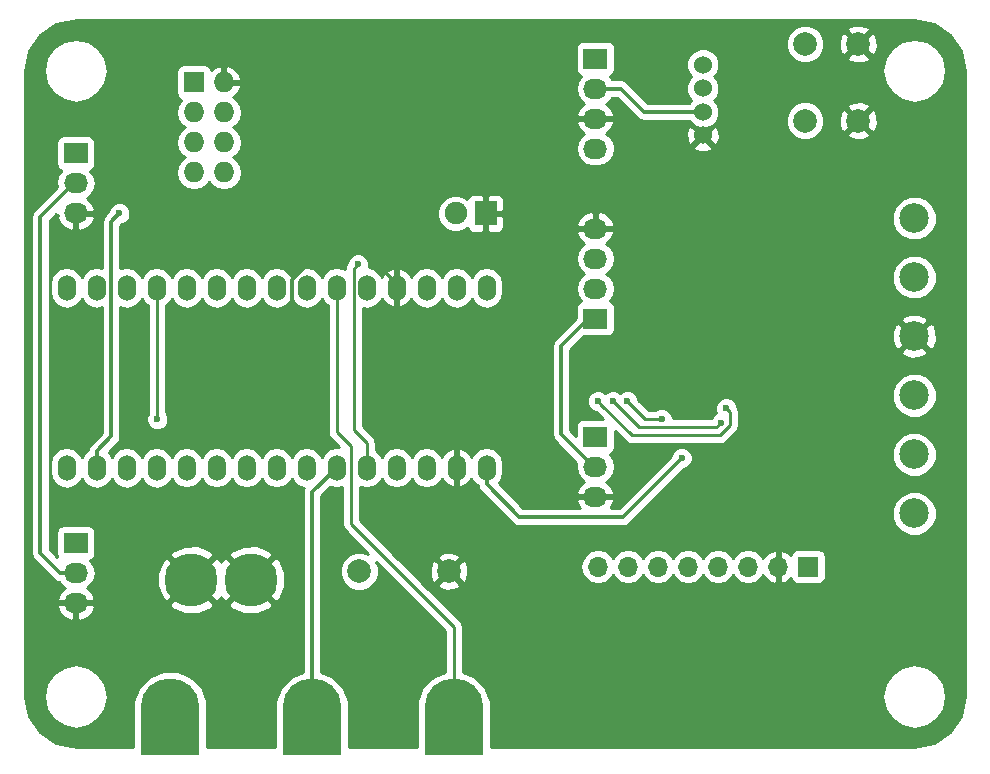
<source format=gbr>
G04 #@! TF.FileFunction,Copper,L2,Bot,Signal*
%FSLAX46Y46*%
G04 Gerber Fmt 4.6, Leading zero omitted, Abs format (unit mm)*
G04 Created by KiCad (PCBNEW 4.0.3-stable) date 01/13/18 15:16:55*
%MOMM*%
%LPD*%
G01*
G04 APERTURE LIST*
%ADD10C,0.100000*%
%ADD11O,1.524000X2.199640*%
%ADD12O,1.524000X2.197100*%
%ADD13R,1.900000X2.000000*%
%ADD14C,1.900000*%
%ADD15C,2.500000*%
%ADD16R,2.032000X1.727200*%
%ADD17O,2.032000X1.727200*%
%ADD18C,5.000000*%
%ADD19R,5.000000X4.000000*%
%ADD20C,1.524000*%
%ADD21C,2.000000*%
%ADD22C,1.998980*%
%ADD23R,1.727200X1.727200*%
%ADD24O,1.727200X1.727200*%
%ADD25R,1.700000X1.700000*%
%ADD26O,1.700000X1.700000*%
%ADD27C,4.500000*%
%ADD28C,0.600000*%
%ADD29C,0.300000*%
%ADD30C,0.250000*%
%ADD31C,0.254000*%
G04 APERTURE END LIST*
D10*
D11*
X118780000Y-103380000D03*
X116240000Y-103380000D03*
X113700000Y-103380000D03*
X111160000Y-103380000D03*
X108620000Y-103380000D03*
X106080000Y-103380000D03*
X103540000Y-103380000D03*
X101000000Y-103380000D03*
X98460000Y-103380000D03*
X95920000Y-103380000D03*
X93380000Y-103380000D03*
X90840000Y-103380000D03*
X88300000Y-103380000D03*
X85760000Y-103380000D03*
X83220000Y-103380000D03*
X83220000Y-118620000D03*
X85760000Y-118620000D03*
X88300000Y-118620000D03*
X90840000Y-118620000D03*
D12*
X93380000Y-118620000D03*
X95920000Y-118620000D03*
X98460000Y-118620000D03*
X101000000Y-118620000D03*
X103540000Y-118620000D03*
X106080000Y-118620000D03*
X108620000Y-118620000D03*
X111160000Y-118620000D03*
X113700000Y-118620000D03*
X116240000Y-118620000D03*
X118780000Y-118620000D03*
D13*
X118700000Y-97100000D03*
D14*
X116160000Y-97100000D03*
D15*
X155000000Y-112500000D03*
X155000000Y-107500000D03*
D16*
X84000000Y-92000000D03*
D17*
X84000000Y-94540000D03*
X84000000Y-97080000D03*
D16*
X84000000Y-125000000D03*
D17*
X84000000Y-127540000D03*
X84000000Y-130080000D03*
D15*
X155000000Y-122500000D03*
X155000000Y-117500000D03*
X155000000Y-102500000D03*
X155000000Y-97500000D03*
D18*
X104000000Y-139000000D03*
D19*
X104000000Y-141000000D03*
D18*
X116000000Y-139000000D03*
D19*
X116000000Y-141000000D03*
D18*
X92000000Y-139000000D03*
D19*
X92000000Y-141000000D03*
D20*
X137100000Y-84500000D03*
X137100000Y-86500000D03*
X137100000Y-88500000D03*
X137100000Y-90500000D03*
D16*
X128000000Y-84000000D03*
D17*
X128000000Y-86540000D03*
X128000000Y-89080000D03*
X128000000Y-91620000D03*
D16*
X128000000Y-116000000D03*
D17*
X128000000Y-118540000D03*
X128000000Y-121080000D03*
D21*
X108000160Y-127400000D03*
X115599840Y-127400000D03*
D22*
X145749560Y-82748800D03*
X150250440Y-89251200D03*
X150250440Y-82748800D03*
X145749560Y-89251200D03*
D16*
X128000000Y-106000000D03*
D17*
X128000000Y-103460000D03*
X128000000Y-100920000D03*
X128000000Y-98380000D03*
D23*
X94000000Y-86000000D03*
D24*
X96540000Y-86000000D03*
X94000000Y-88540000D03*
X96540000Y-88540000D03*
X94000000Y-91080000D03*
X96540000Y-91080000D03*
X94000000Y-93620000D03*
X96540000Y-93620000D03*
D25*
X146000000Y-127000000D03*
D26*
X143460000Y-127000000D03*
X140920000Y-127000000D03*
X138380000Y-127000000D03*
X135840000Y-127000000D03*
X133300000Y-127000000D03*
X130760000Y-127000000D03*
X128220000Y-127000000D03*
D27*
X93800000Y-128100000D03*
X98800000Y-128100000D03*
D28*
X135300000Y-117800000D03*
X108220737Y-131071961D03*
X137100000Y-111900000D03*
X137100000Y-110600000D03*
X137100000Y-109400000D03*
X137100000Y-108100000D03*
X142900000Y-111900000D03*
X142900000Y-110600000D03*
X142900000Y-109400000D03*
X142800000Y-108100000D03*
X88900000Y-90400000D03*
X111500000Y-91700000D03*
X87700000Y-97100000D03*
X107900000Y-101400000D03*
X90900000Y-114525010D03*
X130700000Y-113000000D03*
X133600000Y-114500000D03*
X129500006Y-113000000D03*
X138624979Y-114824534D03*
X128200006Y-113000000D03*
X139074990Y-113602751D03*
D29*
X121561450Y-122800000D02*
X130300000Y-122800000D01*
X130300000Y-122800000D02*
X135300000Y-117800000D01*
X118780000Y-118620000D02*
X118780000Y-120018550D01*
X118780000Y-120018550D02*
X121561450Y-122800000D01*
X111160000Y-103380000D02*
X111160000Y-103042180D01*
X111160000Y-103042180D02*
X108117820Y-100000000D01*
X105009561Y-100000000D02*
X102300000Y-102709561D01*
X108117820Y-100000000D02*
X105009561Y-100000000D01*
X102300000Y-102709561D02*
X102300000Y-106100000D01*
X102300000Y-106100000D02*
X102112010Y-106287990D01*
X87700000Y-97100000D02*
X87000000Y-97800000D01*
X85760000Y-117220180D02*
X85760000Y-118620000D01*
X87000000Y-97800000D02*
X87000000Y-115980180D01*
X87000000Y-115980180D02*
X85760000Y-117220180D01*
X128000000Y-86540000D02*
X130140000Y-86540000D01*
X130140000Y-86540000D02*
X132100000Y-88500000D01*
X132100000Y-88500000D02*
X137100000Y-88500000D01*
X81000000Y-125856000D02*
X81000000Y-97387600D01*
X81000000Y-97387600D02*
X83847600Y-94540000D01*
X83847600Y-94540000D02*
X84000000Y-94540000D01*
X84000000Y-127540000D02*
X82684000Y-127540000D01*
X82684000Y-127540000D02*
X81000000Y-125856000D01*
X128000000Y-106000000D02*
X127400000Y-106000000D01*
X127400000Y-106000000D02*
X125100000Y-108300000D01*
X125100000Y-108300000D02*
X125100000Y-115792400D01*
X125100000Y-115792400D02*
X127847600Y-118540000D01*
X127847600Y-118540000D02*
X128000000Y-118540000D01*
X104000000Y-139000000D02*
X104000000Y-120700000D01*
X104000000Y-120700000D02*
X106080000Y-118620000D01*
D30*
X106080000Y-103380000D02*
X106080000Y-115580000D01*
X106080000Y-115580000D02*
X107300000Y-116800000D01*
X107300000Y-116800000D02*
X107300000Y-123400000D01*
X107300000Y-123400000D02*
X116000000Y-132100000D01*
X116000000Y-132100000D02*
X116000000Y-135464467D01*
X116000000Y-135464467D02*
X116000000Y-139000000D01*
X107900000Y-101400000D02*
X107532990Y-101767010D01*
X107532990Y-101767010D02*
X107532990Y-115432990D01*
X107532990Y-115432990D02*
X108620000Y-116520000D01*
X108620000Y-116520000D02*
X108620000Y-118620000D01*
X90840000Y-114465010D02*
X90900000Y-114525010D01*
X90840000Y-103380000D02*
X90840000Y-114465010D01*
X132200000Y-114500000D02*
X130999999Y-113299999D01*
X133600000Y-114500000D02*
X132200000Y-114500000D01*
X130999999Y-113299999D02*
X130700000Y-113000000D01*
X131700006Y-115200000D02*
X129800005Y-113299999D01*
X138249513Y-115200000D02*
X131700006Y-115200000D01*
X129800005Y-113299999D02*
X129500006Y-113000000D01*
X138624979Y-114824534D02*
X138249513Y-115200000D01*
X128500005Y-113299999D02*
X128200006Y-113000000D01*
X131100006Y-115900000D02*
X128500005Y-113299999D01*
X139374989Y-113902750D02*
X139374989Y-115044077D01*
X139074990Y-113602751D02*
X139374989Y-113902750D01*
X138519066Y-115900000D02*
X131100006Y-115900000D01*
X139374989Y-115044077D02*
X138519066Y-115900000D01*
D31*
G36*
X156636390Y-81049408D02*
X158023654Y-81976349D01*
X158950592Y-83363610D01*
X159290000Y-85069931D01*
X159290000Y-137930069D01*
X158950592Y-139636390D01*
X158023654Y-141023651D01*
X156636390Y-141950592D01*
X154930069Y-142290000D01*
X119147440Y-142290000D01*
X119147440Y-139000000D01*
X119135058Y-138934197D01*
X119135543Y-138379146D01*
X118978884Y-138000000D01*
X152290000Y-138000000D01*
X152496286Y-139037072D01*
X153083741Y-139916259D01*
X153962928Y-140503714D01*
X155000000Y-140710000D01*
X156037072Y-140503714D01*
X156916259Y-139916259D01*
X157503714Y-139037072D01*
X157710000Y-138000000D01*
X157503714Y-136962928D01*
X156916259Y-136083741D01*
X156037072Y-135496286D01*
X155000000Y-135290000D01*
X153962928Y-135496286D01*
X153083741Y-136083741D01*
X152496286Y-136962928D01*
X152290000Y-138000000D01*
X118978884Y-138000000D01*
X118659273Y-137226485D01*
X117778153Y-136343826D01*
X116760000Y-135921052D01*
X116760000Y-132100000D01*
X116702148Y-131809161D01*
X116537401Y-131562599D01*
X113527334Y-128552532D01*
X114626913Y-128552532D01*
X114725576Y-128819387D01*
X115335301Y-129045908D01*
X115985300Y-129021856D01*
X116474104Y-128819387D01*
X116572767Y-128552532D01*
X115599840Y-127579605D01*
X114626913Y-128552532D01*
X113527334Y-128552532D01*
X112110263Y-127135461D01*
X113953932Y-127135461D01*
X113977984Y-127785460D01*
X114180453Y-128274264D01*
X114447308Y-128372927D01*
X115420235Y-127400000D01*
X115779445Y-127400000D01*
X116752372Y-128372927D01*
X117019227Y-128274264D01*
X117245748Y-127664539D01*
X117221696Y-127014540D01*
X117203623Y-126970907D01*
X126735000Y-126970907D01*
X126735000Y-127029093D01*
X126848039Y-127597378D01*
X127169946Y-128079147D01*
X127651715Y-128401054D01*
X128220000Y-128514093D01*
X128788285Y-128401054D01*
X129270054Y-128079147D01*
X129490000Y-127749974D01*
X129709946Y-128079147D01*
X130191715Y-128401054D01*
X130760000Y-128514093D01*
X131328285Y-128401054D01*
X131810054Y-128079147D01*
X132030000Y-127749974D01*
X132249946Y-128079147D01*
X132731715Y-128401054D01*
X133300000Y-128514093D01*
X133868285Y-128401054D01*
X134350054Y-128079147D01*
X134570000Y-127749974D01*
X134789946Y-128079147D01*
X135271715Y-128401054D01*
X135840000Y-128514093D01*
X136408285Y-128401054D01*
X136890054Y-128079147D01*
X137110000Y-127749974D01*
X137329946Y-128079147D01*
X137811715Y-128401054D01*
X138380000Y-128514093D01*
X138948285Y-128401054D01*
X139430054Y-128079147D01*
X139650000Y-127749974D01*
X139869946Y-128079147D01*
X140351715Y-128401054D01*
X140920000Y-128514093D01*
X141488285Y-128401054D01*
X141970054Y-128079147D01*
X142197702Y-127738447D01*
X142264817Y-127881358D01*
X142693076Y-128271645D01*
X143103110Y-128441476D01*
X143333000Y-128320155D01*
X143333000Y-127127000D01*
X143313000Y-127127000D01*
X143313000Y-126873000D01*
X143333000Y-126873000D01*
X143333000Y-125679845D01*
X143587000Y-125679845D01*
X143587000Y-126873000D01*
X143607000Y-126873000D01*
X143607000Y-127127000D01*
X143587000Y-127127000D01*
X143587000Y-128320155D01*
X143816890Y-128441476D01*
X144226924Y-128271645D01*
X144529937Y-127995499D01*
X144546838Y-128085317D01*
X144685910Y-128301441D01*
X144898110Y-128446431D01*
X145150000Y-128497440D01*
X146850000Y-128497440D01*
X147085317Y-128453162D01*
X147301441Y-128314090D01*
X147446431Y-128101890D01*
X147497440Y-127850000D01*
X147497440Y-126150000D01*
X147453162Y-125914683D01*
X147314090Y-125698559D01*
X147101890Y-125553569D01*
X146850000Y-125502560D01*
X145150000Y-125502560D01*
X144914683Y-125546838D01*
X144698559Y-125685910D01*
X144553569Y-125898110D01*
X144531699Y-126006107D01*
X144226924Y-125728355D01*
X143816890Y-125558524D01*
X143587000Y-125679845D01*
X143333000Y-125679845D01*
X143103110Y-125558524D01*
X142693076Y-125728355D01*
X142264817Y-126118642D01*
X142197702Y-126261553D01*
X141970054Y-125920853D01*
X141488285Y-125598946D01*
X140920000Y-125485907D01*
X140351715Y-125598946D01*
X139869946Y-125920853D01*
X139650000Y-126250026D01*
X139430054Y-125920853D01*
X138948285Y-125598946D01*
X138380000Y-125485907D01*
X137811715Y-125598946D01*
X137329946Y-125920853D01*
X137110000Y-126250026D01*
X136890054Y-125920853D01*
X136408285Y-125598946D01*
X135840000Y-125485907D01*
X135271715Y-125598946D01*
X134789946Y-125920853D01*
X134570000Y-126250026D01*
X134350054Y-125920853D01*
X133868285Y-125598946D01*
X133300000Y-125485907D01*
X132731715Y-125598946D01*
X132249946Y-125920853D01*
X132030000Y-126250026D01*
X131810054Y-125920853D01*
X131328285Y-125598946D01*
X130760000Y-125485907D01*
X130191715Y-125598946D01*
X129709946Y-125920853D01*
X129490000Y-126250026D01*
X129270054Y-125920853D01*
X128788285Y-125598946D01*
X128220000Y-125485907D01*
X127651715Y-125598946D01*
X127169946Y-125920853D01*
X126848039Y-126402622D01*
X126735000Y-126970907D01*
X117203623Y-126970907D01*
X117019227Y-126525736D01*
X116752372Y-126427073D01*
X115779445Y-127400000D01*
X115420235Y-127400000D01*
X114447308Y-126427073D01*
X114180453Y-126525736D01*
X113953932Y-127135461D01*
X112110263Y-127135461D01*
X111222270Y-126247468D01*
X114626913Y-126247468D01*
X115599840Y-127220395D01*
X116572767Y-126247468D01*
X116474104Y-125980613D01*
X115864379Y-125754092D01*
X115214380Y-125778144D01*
X114725576Y-125980613D01*
X114626913Y-126247468D01*
X111222270Y-126247468D01*
X108060000Y-123085198D01*
X108060000Y-120264206D01*
X108085391Y-120281172D01*
X108620000Y-120387512D01*
X109154609Y-120281172D01*
X109607828Y-119978340D01*
X109890000Y-119556041D01*
X110172172Y-119978340D01*
X110625391Y-120281172D01*
X111160000Y-120387512D01*
X111694609Y-120281172D01*
X112147828Y-119978340D01*
X112430000Y-119556041D01*
X112712172Y-119978340D01*
X113165391Y-120281172D01*
X113700000Y-120387512D01*
X114234609Y-120281172D01*
X114687828Y-119978340D01*
X114978642Y-119543107D01*
X114997941Y-119608491D01*
X115341974Y-120034180D01*
X115822723Y-120295810D01*
X115896930Y-120310770D01*
X116113000Y-120188270D01*
X116113000Y-118747000D01*
X116093000Y-118747000D01*
X116093000Y-118493000D01*
X116113000Y-118493000D01*
X116113000Y-117051730D01*
X116367000Y-117051730D01*
X116367000Y-118493000D01*
X116387000Y-118493000D01*
X116387000Y-118747000D01*
X116367000Y-118747000D01*
X116367000Y-120188270D01*
X116583070Y-120310770D01*
X116657277Y-120295810D01*
X117138026Y-120034180D01*
X117482059Y-119608491D01*
X117501358Y-119543107D01*
X117792172Y-119978340D01*
X118016866Y-120128476D01*
X118054755Y-120318957D01*
X118224921Y-120573629D01*
X121006371Y-123355079D01*
X121261043Y-123525245D01*
X121561450Y-123585000D01*
X130300000Y-123585000D01*
X130600407Y-123525245D01*
X130855079Y-123355079D01*
X131336853Y-122873305D01*
X153114674Y-122873305D01*
X153401043Y-123566372D01*
X153930839Y-124097093D01*
X154623405Y-124384672D01*
X155373305Y-124385326D01*
X156066372Y-124098957D01*
X156597093Y-123569161D01*
X156884672Y-122876595D01*
X156885326Y-122126695D01*
X156598957Y-121433628D01*
X156069161Y-120902907D01*
X155376595Y-120615328D01*
X154626695Y-120614674D01*
X153933628Y-120901043D01*
X153402907Y-121430839D01*
X153115328Y-122123405D01*
X153114674Y-122873305D01*
X131336853Y-122873305D01*
X135475005Y-118735153D01*
X135485167Y-118735162D01*
X135828943Y-118593117D01*
X136092192Y-118330327D01*
X136234838Y-117986799D01*
X136234936Y-117873305D01*
X153114674Y-117873305D01*
X153401043Y-118566372D01*
X153930839Y-119097093D01*
X154623405Y-119384672D01*
X155373305Y-119385326D01*
X156066372Y-119098957D01*
X156597093Y-118569161D01*
X156884672Y-117876595D01*
X156885326Y-117126695D01*
X156598957Y-116433628D01*
X156069161Y-115902907D01*
X155376595Y-115615328D01*
X154626695Y-115614674D01*
X153933628Y-115901043D01*
X153402907Y-116430839D01*
X153115328Y-117123405D01*
X153114674Y-117873305D01*
X136234936Y-117873305D01*
X136235162Y-117614833D01*
X136093117Y-117271057D01*
X135830327Y-117007808D01*
X135486799Y-116865162D01*
X135114833Y-116864838D01*
X134771057Y-117006883D01*
X134507808Y-117269673D01*
X134365162Y-117613201D01*
X134365152Y-117624690D01*
X129974842Y-122015000D01*
X129313837Y-122015000D01*
X129350732Y-121982036D01*
X129604709Y-121454791D01*
X129607358Y-121439026D01*
X129486217Y-121207000D01*
X128127000Y-121207000D01*
X128127000Y-121227000D01*
X127873000Y-121227000D01*
X127873000Y-121207000D01*
X126513783Y-121207000D01*
X126392642Y-121439026D01*
X126395291Y-121454791D01*
X126649268Y-121982036D01*
X126686163Y-122015000D01*
X121886608Y-122015000D01*
X119800721Y-119929113D01*
X120070660Y-119525121D01*
X120177000Y-118990512D01*
X120177000Y-118249488D01*
X120070660Y-117714879D01*
X119767828Y-117261660D01*
X119314609Y-116958828D01*
X118780000Y-116852488D01*
X118245391Y-116958828D01*
X117792172Y-117261660D01*
X117501358Y-117696893D01*
X117482059Y-117631509D01*
X117138026Y-117205820D01*
X116657277Y-116944190D01*
X116583070Y-116929230D01*
X116367000Y-117051730D01*
X116113000Y-117051730D01*
X115896930Y-116929230D01*
X115822723Y-116944190D01*
X115341974Y-117205820D01*
X114997941Y-117631509D01*
X114978642Y-117696893D01*
X114687828Y-117261660D01*
X114234609Y-116958828D01*
X113700000Y-116852488D01*
X113165391Y-116958828D01*
X112712172Y-117261660D01*
X112430000Y-117683959D01*
X112147828Y-117261660D01*
X111694609Y-116958828D01*
X111160000Y-116852488D01*
X110625391Y-116958828D01*
X110172172Y-117261660D01*
X109890000Y-117683959D01*
X109607828Y-117261660D01*
X109380000Y-117109430D01*
X109380000Y-116520000D01*
X109345683Y-116347479D01*
X109322148Y-116229160D01*
X109157401Y-115982599D01*
X108292990Y-115118188D01*
X108292990Y-108300000D01*
X124315000Y-108300000D01*
X124315000Y-115792400D01*
X124374755Y-116092807D01*
X124544921Y-116347479D01*
X126386468Y-118189026D01*
X126316655Y-118540000D01*
X126430729Y-119113489D01*
X126755585Y-119599670D01*
X127065069Y-119806461D01*
X126649268Y-120177964D01*
X126395291Y-120705209D01*
X126392642Y-120720974D01*
X126513783Y-120953000D01*
X127873000Y-120953000D01*
X127873000Y-120933000D01*
X128127000Y-120933000D01*
X128127000Y-120953000D01*
X129486217Y-120953000D01*
X129607358Y-120720974D01*
X129604709Y-120705209D01*
X129350732Y-120177964D01*
X128934931Y-119806461D01*
X129244415Y-119599670D01*
X129569271Y-119113489D01*
X129683345Y-118540000D01*
X129569271Y-117966511D01*
X129244415Y-117480330D01*
X129230087Y-117470757D01*
X129251317Y-117466762D01*
X129467441Y-117327690D01*
X129612431Y-117115490D01*
X129663440Y-116863600D01*
X129663440Y-115538236D01*
X130562605Y-116437401D01*
X130809167Y-116602148D01*
X131100006Y-116660000D01*
X138519066Y-116660000D01*
X138809905Y-116602148D01*
X139056467Y-116437401D01*
X139912390Y-115581478D01*
X140077137Y-115334916D01*
X140134989Y-115044077D01*
X140134989Y-113902750D01*
X140077137Y-113611911D01*
X140010070Y-113511538D01*
X140010152Y-113417584D01*
X139868107Y-113073808D01*
X139667954Y-112873305D01*
X153114674Y-112873305D01*
X153401043Y-113566372D01*
X153930839Y-114097093D01*
X154623405Y-114384672D01*
X155373305Y-114385326D01*
X156066372Y-114098957D01*
X156597093Y-113569161D01*
X156884672Y-112876595D01*
X156885326Y-112126695D01*
X156598957Y-111433628D01*
X156069161Y-110902907D01*
X155376595Y-110615328D01*
X154626695Y-110614674D01*
X153933628Y-110901043D01*
X153402907Y-111430839D01*
X153115328Y-112123405D01*
X153114674Y-112873305D01*
X139667954Y-112873305D01*
X139605317Y-112810559D01*
X139261789Y-112667913D01*
X138889823Y-112667589D01*
X138546047Y-112809634D01*
X138282798Y-113072424D01*
X138140152Y-113415952D01*
X138139828Y-113787918D01*
X138219381Y-113980452D01*
X138096036Y-114031417D01*
X137832787Y-114294207D01*
X137772248Y-114440000D01*
X134535053Y-114440000D01*
X134535162Y-114314833D01*
X134393117Y-113971057D01*
X134130327Y-113707808D01*
X133786799Y-113565162D01*
X133414833Y-113564838D01*
X133071057Y-113706883D01*
X133037882Y-113740000D01*
X132514802Y-113740000D01*
X131635122Y-112860320D01*
X131635162Y-112814833D01*
X131493117Y-112471057D01*
X131230327Y-112207808D01*
X130886799Y-112065162D01*
X130514833Y-112064838D01*
X130171057Y-112206883D01*
X130100110Y-112277707D01*
X130030333Y-112207808D01*
X129686805Y-112065162D01*
X129314839Y-112064838D01*
X128971063Y-112206883D01*
X128850025Y-112327710D01*
X128730333Y-112207808D01*
X128386805Y-112065162D01*
X128014839Y-112064838D01*
X127671063Y-112206883D01*
X127407814Y-112469673D01*
X127265168Y-112813201D01*
X127264844Y-113185167D01*
X127406889Y-113528943D01*
X127669679Y-113792192D01*
X128013207Y-113934838D01*
X128060083Y-113934879D01*
X128614164Y-114488960D01*
X126984000Y-114488960D01*
X126748683Y-114533238D01*
X126532559Y-114672310D01*
X126387569Y-114884510D01*
X126336560Y-115136400D01*
X126336560Y-115918802D01*
X125885000Y-115467242D01*
X125885000Y-108833320D01*
X153846285Y-108833320D01*
X153975533Y-109126123D01*
X154675806Y-109394388D01*
X155425435Y-109374250D01*
X156024467Y-109126123D01*
X156153715Y-108833320D01*
X155000000Y-107679605D01*
X153846285Y-108833320D01*
X125885000Y-108833320D01*
X125885000Y-108625158D01*
X126999118Y-107511040D01*
X129016000Y-107511040D01*
X129251317Y-107466762D01*
X129467441Y-107327690D01*
X129571218Y-107175806D01*
X153105612Y-107175806D01*
X153125750Y-107925435D01*
X153373877Y-108524467D01*
X153666680Y-108653715D01*
X154820395Y-107500000D01*
X155179605Y-107500000D01*
X156333320Y-108653715D01*
X156626123Y-108524467D01*
X156894388Y-107824194D01*
X156874250Y-107074565D01*
X156626123Y-106475533D01*
X156333320Y-106346285D01*
X155179605Y-107500000D01*
X154820395Y-107500000D01*
X153666680Y-106346285D01*
X153373877Y-106475533D01*
X153105612Y-107175806D01*
X129571218Y-107175806D01*
X129612431Y-107115490D01*
X129663440Y-106863600D01*
X129663440Y-106166680D01*
X153846285Y-106166680D01*
X155000000Y-107320395D01*
X156153715Y-106166680D01*
X156024467Y-105873877D01*
X155324194Y-105605612D01*
X154574565Y-105625750D01*
X153975533Y-105873877D01*
X153846285Y-106166680D01*
X129663440Y-106166680D01*
X129663440Y-105136400D01*
X129619162Y-104901083D01*
X129480090Y-104684959D01*
X129267890Y-104539969D01*
X129226561Y-104531600D01*
X129244415Y-104519670D01*
X129569271Y-104033489D01*
X129683345Y-103460000D01*
X129569271Y-102886511D01*
X129560448Y-102873305D01*
X153114674Y-102873305D01*
X153401043Y-103566372D01*
X153930839Y-104097093D01*
X154623405Y-104384672D01*
X155373305Y-104385326D01*
X156066372Y-104098957D01*
X156597093Y-103569161D01*
X156884672Y-102876595D01*
X156885326Y-102126695D01*
X156598957Y-101433628D01*
X156069161Y-100902907D01*
X155376595Y-100615328D01*
X154626695Y-100614674D01*
X153933628Y-100901043D01*
X153402907Y-101430839D01*
X153115328Y-102123405D01*
X153114674Y-102873305D01*
X129560448Y-102873305D01*
X129244415Y-102400330D01*
X128929634Y-102190000D01*
X129244415Y-101979670D01*
X129569271Y-101493489D01*
X129683345Y-100920000D01*
X129569271Y-100346511D01*
X129244415Y-99860330D01*
X128934931Y-99653539D01*
X129350732Y-99282036D01*
X129604709Y-98754791D01*
X129607358Y-98739026D01*
X129486217Y-98507000D01*
X128127000Y-98507000D01*
X128127000Y-98527000D01*
X127873000Y-98527000D01*
X127873000Y-98507000D01*
X126513783Y-98507000D01*
X126392642Y-98739026D01*
X126395291Y-98754791D01*
X126649268Y-99282036D01*
X127065069Y-99653539D01*
X126755585Y-99860330D01*
X126430729Y-100346511D01*
X126316655Y-100920000D01*
X126430729Y-101493489D01*
X126755585Y-101979670D01*
X127070366Y-102190000D01*
X126755585Y-102400330D01*
X126430729Y-102886511D01*
X126316655Y-103460000D01*
X126430729Y-104033489D01*
X126755585Y-104519670D01*
X126769913Y-104529243D01*
X126748683Y-104533238D01*
X126532559Y-104672310D01*
X126387569Y-104884510D01*
X126336560Y-105136400D01*
X126336560Y-105953282D01*
X124544921Y-107744921D01*
X124374755Y-107999593D01*
X124374755Y-107999594D01*
X124315000Y-108300000D01*
X108292990Y-108300000D01*
X108292990Y-105083761D01*
X108620000Y-105148807D01*
X109154609Y-105042467D01*
X109607828Y-104739635D01*
X109898647Y-104304394D01*
X109917941Y-104369761D01*
X110261974Y-104795450D01*
X110742723Y-105057080D01*
X110816930Y-105072040D01*
X111033000Y-104949540D01*
X111033000Y-103507000D01*
X111013000Y-103507000D01*
X111013000Y-103253000D01*
X111033000Y-103253000D01*
X111033000Y-101810460D01*
X111287000Y-101810460D01*
X111287000Y-103253000D01*
X111307000Y-103253000D01*
X111307000Y-103507000D01*
X111287000Y-103507000D01*
X111287000Y-104949540D01*
X111503070Y-105072040D01*
X111577277Y-105057080D01*
X112058026Y-104795450D01*
X112402059Y-104369761D01*
X112421353Y-104304394D01*
X112712172Y-104739635D01*
X113165391Y-105042467D01*
X113700000Y-105148807D01*
X114234609Y-105042467D01*
X114687828Y-104739635D01*
X114970000Y-104317336D01*
X115252172Y-104739635D01*
X115705391Y-105042467D01*
X116240000Y-105148807D01*
X116774609Y-105042467D01*
X117227828Y-104739635D01*
X117510000Y-104317336D01*
X117792172Y-104739635D01*
X118245391Y-105042467D01*
X118780000Y-105148807D01*
X119314609Y-105042467D01*
X119767828Y-104739635D01*
X120070660Y-104286416D01*
X120177000Y-103751807D01*
X120177000Y-103008193D01*
X120070660Y-102473584D01*
X119767828Y-102020365D01*
X119314609Y-101717533D01*
X118780000Y-101611193D01*
X118245391Y-101717533D01*
X117792172Y-102020365D01*
X117510000Y-102442664D01*
X117227828Y-102020365D01*
X116774609Y-101717533D01*
X116240000Y-101611193D01*
X115705391Y-101717533D01*
X115252172Y-102020365D01*
X114970000Y-102442664D01*
X114687828Y-102020365D01*
X114234609Y-101717533D01*
X113700000Y-101611193D01*
X113165391Y-101717533D01*
X112712172Y-102020365D01*
X112421353Y-102455606D01*
X112402059Y-102390239D01*
X112058026Y-101964550D01*
X111577277Y-101702920D01*
X111503070Y-101687960D01*
X111287000Y-101810460D01*
X111033000Y-101810460D01*
X110816930Y-101687960D01*
X110742723Y-101702920D01*
X110261974Y-101964550D01*
X109917941Y-102390239D01*
X109898647Y-102455606D01*
X109607828Y-102020365D01*
X109154609Y-101717533D01*
X108809091Y-101648805D01*
X108834838Y-101586799D01*
X108835162Y-101214833D01*
X108693117Y-100871057D01*
X108430327Y-100607808D01*
X108086799Y-100465162D01*
X107714833Y-100464838D01*
X107371057Y-100606883D01*
X107107808Y-100869673D01*
X106965162Y-101213201D01*
X106965108Y-101275227D01*
X106830842Y-101476171D01*
X106772990Y-101767010D01*
X106772990Y-101823360D01*
X106614609Y-101717533D01*
X106080000Y-101611193D01*
X105545391Y-101717533D01*
X105092172Y-102020365D01*
X104810000Y-102442664D01*
X104527828Y-102020365D01*
X104074609Y-101717533D01*
X103540000Y-101611193D01*
X103005391Y-101717533D01*
X102552172Y-102020365D01*
X102270000Y-102442664D01*
X101987828Y-102020365D01*
X101534609Y-101717533D01*
X101000000Y-101611193D01*
X100465391Y-101717533D01*
X100012172Y-102020365D01*
X99730000Y-102442664D01*
X99447828Y-102020365D01*
X98994609Y-101717533D01*
X98460000Y-101611193D01*
X97925391Y-101717533D01*
X97472172Y-102020365D01*
X97190000Y-102442664D01*
X96907828Y-102020365D01*
X96454609Y-101717533D01*
X95920000Y-101611193D01*
X95385391Y-101717533D01*
X94932172Y-102020365D01*
X94650000Y-102442664D01*
X94367828Y-102020365D01*
X93914609Y-101717533D01*
X93380000Y-101611193D01*
X92845391Y-101717533D01*
X92392172Y-102020365D01*
X92110000Y-102442664D01*
X91827828Y-102020365D01*
X91374609Y-101717533D01*
X90840000Y-101611193D01*
X90305391Y-101717533D01*
X89852172Y-102020365D01*
X89570000Y-102442664D01*
X89287828Y-102020365D01*
X88834609Y-101717533D01*
X88300000Y-101611193D01*
X87785000Y-101713633D01*
X87785000Y-98125158D01*
X87875004Y-98035153D01*
X87885167Y-98035162D01*
X88228943Y-97893117D01*
X88492192Y-97630327D01*
X88582063Y-97413893D01*
X114574725Y-97413893D01*
X114815519Y-97996657D01*
X115260997Y-98442914D01*
X115843341Y-98684724D01*
X116473893Y-98685275D01*
X117056657Y-98444481D01*
X117161867Y-98339455D01*
X117211673Y-98459698D01*
X117390301Y-98638327D01*
X117623690Y-98735000D01*
X118414250Y-98735000D01*
X118573000Y-98576250D01*
X118573000Y-97227000D01*
X118827000Y-97227000D01*
X118827000Y-98576250D01*
X118985750Y-98735000D01*
X119776310Y-98735000D01*
X120009699Y-98638327D01*
X120188327Y-98459698D01*
X120285000Y-98226309D01*
X120285000Y-98020974D01*
X126392642Y-98020974D01*
X126513783Y-98253000D01*
X127873000Y-98253000D01*
X127873000Y-97039076D01*
X128127000Y-97039076D01*
X128127000Y-98253000D01*
X129486217Y-98253000D01*
X129607358Y-98020974D01*
X129604709Y-98005209D01*
X129541171Y-97873305D01*
X153114674Y-97873305D01*
X153401043Y-98566372D01*
X153930839Y-99097093D01*
X154623405Y-99384672D01*
X155373305Y-99385326D01*
X156066372Y-99098957D01*
X156597093Y-98569161D01*
X156884672Y-97876595D01*
X156885326Y-97126695D01*
X156598957Y-96433628D01*
X156069161Y-95902907D01*
X155376595Y-95615328D01*
X154626695Y-95614674D01*
X153933628Y-95901043D01*
X153402907Y-96430839D01*
X153115328Y-97123405D01*
X153114674Y-97873305D01*
X129541171Y-97873305D01*
X129350732Y-97477964D01*
X128914320Y-97088046D01*
X128361913Y-96894816D01*
X128127000Y-97039076D01*
X127873000Y-97039076D01*
X127638087Y-96894816D01*
X127085680Y-97088046D01*
X126649268Y-97477964D01*
X126395291Y-98005209D01*
X126392642Y-98020974D01*
X120285000Y-98020974D01*
X120285000Y-97385750D01*
X120126250Y-97227000D01*
X118827000Y-97227000D01*
X118573000Y-97227000D01*
X118553000Y-97227000D01*
X118553000Y-96973000D01*
X118573000Y-96973000D01*
X118573000Y-95623750D01*
X118827000Y-95623750D01*
X118827000Y-96973000D01*
X120126250Y-96973000D01*
X120285000Y-96814250D01*
X120285000Y-95973691D01*
X120188327Y-95740302D01*
X120009699Y-95561673D01*
X119776310Y-95465000D01*
X118985750Y-95465000D01*
X118827000Y-95623750D01*
X118573000Y-95623750D01*
X118414250Y-95465000D01*
X117623690Y-95465000D01*
X117390301Y-95561673D01*
X117211673Y-95740302D01*
X117161988Y-95860251D01*
X117059003Y-95757086D01*
X116476659Y-95515276D01*
X115846107Y-95514725D01*
X115263343Y-95755519D01*
X114817086Y-96200997D01*
X114575276Y-96783341D01*
X114574725Y-97413893D01*
X88582063Y-97413893D01*
X88634838Y-97286799D01*
X88635162Y-96914833D01*
X88493117Y-96571057D01*
X88230327Y-96307808D01*
X87886799Y-96165162D01*
X87514833Y-96164838D01*
X87171057Y-96306883D01*
X86907808Y-96569673D01*
X86765162Y-96913201D01*
X86765152Y-96924690D01*
X86444921Y-97244921D01*
X86274755Y-97499593D01*
X86274755Y-97499594D01*
X86215000Y-97800000D01*
X86215000Y-101701698D01*
X85760000Y-101611193D01*
X85225391Y-101717533D01*
X84772172Y-102020365D01*
X84490000Y-102442664D01*
X84207828Y-102020365D01*
X83754609Y-101717533D01*
X83220000Y-101611193D01*
X82685391Y-101717533D01*
X82232172Y-102020365D01*
X81929340Y-102473584D01*
X81823000Y-103008193D01*
X81823000Y-103751807D01*
X81929340Y-104286416D01*
X82232172Y-104739635D01*
X82685391Y-105042467D01*
X83220000Y-105148807D01*
X83754609Y-105042467D01*
X84207828Y-104739635D01*
X84490000Y-104317336D01*
X84772172Y-104739635D01*
X85225391Y-105042467D01*
X85760000Y-105148807D01*
X86215000Y-105058302D01*
X86215000Y-115655022D01*
X85204921Y-116665101D01*
X85034755Y-116919773D01*
X84999121Y-117098917D01*
X84996872Y-117110225D01*
X84772172Y-117260365D01*
X84490000Y-117682664D01*
X84207828Y-117260365D01*
X83754609Y-116957533D01*
X83220000Y-116851193D01*
X82685391Y-116957533D01*
X82232172Y-117260365D01*
X81929340Y-117713584D01*
X81823000Y-118248193D01*
X81823000Y-118991807D01*
X81929340Y-119526416D01*
X82232172Y-119979635D01*
X82685391Y-120282467D01*
X83220000Y-120388807D01*
X83754609Y-120282467D01*
X84207828Y-119979635D01*
X84490000Y-119557336D01*
X84772172Y-119979635D01*
X85225391Y-120282467D01*
X85760000Y-120388807D01*
X86294609Y-120282467D01*
X86747828Y-119979635D01*
X87030000Y-119557336D01*
X87312172Y-119979635D01*
X87765391Y-120282467D01*
X88300000Y-120388807D01*
X88834609Y-120282467D01*
X89287828Y-119979635D01*
X89570000Y-119557336D01*
X89852172Y-119979635D01*
X90305391Y-120282467D01*
X90840000Y-120388807D01*
X91374609Y-120282467D01*
X91827828Y-119979635D01*
X92110433Y-119556688D01*
X92392172Y-119978340D01*
X92845391Y-120281172D01*
X93380000Y-120387512D01*
X93914609Y-120281172D01*
X94367828Y-119978340D01*
X94650000Y-119556041D01*
X94932172Y-119978340D01*
X95385391Y-120281172D01*
X95920000Y-120387512D01*
X96454609Y-120281172D01*
X96907828Y-119978340D01*
X97190000Y-119556041D01*
X97472172Y-119978340D01*
X97925391Y-120281172D01*
X98460000Y-120387512D01*
X98994609Y-120281172D01*
X99447828Y-119978340D01*
X99730000Y-119556041D01*
X100012172Y-119978340D01*
X100465391Y-120281172D01*
X101000000Y-120387512D01*
X101534609Y-120281172D01*
X101987828Y-119978340D01*
X102270000Y-119556041D01*
X102552172Y-119978340D01*
X103005391Y-120281172D01*
X103312998Y-120342359D01*
X103274755Y-120399593D01*
X103231842Y-120615328D01*
X103215000Y-120700000D01*
X103215000Y-135932281D01*
X102226485Y-136340727D01*
X101343826Y-137221847D01*
X100865546Y-138373674D01*
X100865053Y-138938308D01*
X100852560Y-139000000D01*
X100852560Y-142290000D01*
X95147440Y-142290000D01*
X95147440Y-139000000D01*
X95135058Y-138934197D01*
X95135543Y-138379146D01*
X94659273Y-137226485D01*
X93778153Y-136343826D01*
X92626326Y-135865546D01*
X91379146Y-135864457D01*
X90226485Y-136340727D01*
X89343826Y-137221847D01*
X88865546Y-138373674D01*
X88865053Y-138938308D01*
X88852560Y-139000000D01*
X88852560Y-142290000D01*
X84069931Y-142290000D01*
X82363610Y-141950592D01*
X80976349Y-141023654D01*
X80049408Y-139636390D01*
X79723911Y-138000000D01*
X81290000Y-138000000D01*
X81496286Y-139037072D01*
X82083741Y-139916259D01*
X82962928Y-140503714D01*
X84000000Y-140710000D01*
X85037072Y-140503714D01*
X85916259Y-139916259D01*
X86503714Y-139037072D01*
X86710000Y-138000000D01*
X86503714Y-136962928D01*
X85916259Y-136083741D01*
X85037072Y-135496286D01*
X84000000Y-135290000D01*
X82962928Y-135496286D01*
X82083741Y-136083741D01*
X81496286Y-136962928D01*
X81290000Y-138000000D01*
X79723911Y-138000000D01*
X79710000Y-137930069D01*
X79710000Y-130439026D01*
X82392642Y-130439026D01*
X82395291Y-130454791D01*
X82649268Y-130982036D01*
X83085680Y-131371954D01*
X83638087Y-131565184D01*
X83873000Y-131420924D01*
X83873000Y-130207000D01*
X84127000Y-130207000D01*
X84127000Y-131420924D01*
X84361913Y-131565184D01*
X84914320Y-131371954D01*
X85350732Y-130982036D01*
X85604709Y-130454791D01*
X85607358Y-130439026D01*
X85486217Y-130207000D01*
X84127000Y-130207000D01*
X83873000Y-130207000D01*
X82513783Y-130207000D01*
X82392642Y-130439026D01*
X79710000Y-130439026D01*
X79710000Y-130155467D01*
X91924138Y-130155467D01*
X92175375Y-130552169D01*
X93237446Y-130987227D01*
X94385162Y-130982730D01*
X95424625Y-130552169D01*
X95675862Y-130155467D01*
X96924138Y-130155467D01*
X97175375Y-130552169D01*
X98237446Y-130987227D01*
X99385162Y-130982730D01*
X100424625Y-130552169D01*
X100675862Y-130155467D01*
X98800000Y-128279605D01*
X96924138Y-130155467D01*
X95675862Y-130155467D01*
X93800000Y-128279605D01*
X91924138Y-130155467D01*
X79710000Y-130155467D01*
X79710000Y-97387600D01*
X80215000Y-97387600D01*
X80215000Y-125856000D01*
X80274755Y-126156407D01*
X80444921Y-126411079D01*
X82128921Y-128095079D01*
X82383594Y-128265245D01*
X82554898Y-128299320D01*
X82755585Y-128599670D01*
X83065069Y-128806461D01*
X82649268Y-129177964D01*
X82395291Y-129705209D01*
X82392642Y-129720974D01*
X82513783Y-129953000D01*
X83873000Y-129953000D01*
X83873000Y-129933000D01*
X84127000Y-129933000D01*
X84127000Y-129953000D01*
X85486217Y-129953000D01*
X85607358Y-129720974D01*
X85604709Y-129705209D01*
X85350732Y-129177964D01*
X84934931Y-128806461D01*
X85244415Y-128599670D01*
X85569271Y-128113489D01*
X85683345Y-127540000D01*
X85682837Y-127537446D01*
X90912773Y-127537446D01*
X90917270Y-128685162D01*
X91347831Y-129724625D01*
X91744533Y-129975862D01*
X93620395Y-128100000D01*
X93979605Y-128100000D01*
X95855467Y-129975862D01*
X96252169Y-129724625D01*
X96299734Y-129608509D01*
X96347831Y-129724625D01*
X96744533Y-129975862D01*
X98620395Y-128100000D01*
X98979605Y-128100000D01*
X100855467Y-129975862D01*
X101252169Y-129724625D01*
X101687227Y-128662554D01*
X101682730Y-127514838D01*
X101252169Y-126475375D01*
X100855467Y-126224138D01*
X98979605Y-128100000D01*
X98620395Y-128100000D01*
X96744533Y-126224138D01*
X96347831Y-126475375D01*
X96300266Y-126591491D01*
X96252169Y-126475375D01*
X95855467Y-126224138D01*
X93979605Y-128100000D01*
X93620395Y-128100000D01*
X91744533Y-126224138D01*
X91347831Y-126475375D01*
X90912773Y-127537446D01*
X85682837Y-127537446D01*
X85569271Y-126966511D01*
X85244415Y-126480330D01*
X85230087Y-126470757D01*
X85251317Y-126466762D01*
X85467441Y-126327690D01*
X85612431Y-126115490D01*
X85626800Y-126044533D01*
X91924138Y-126044533D01*
X93800000Y-127920395D01*
X95675862Y-126044533D01*
X96924138Y-126044533D01*
X98800000Y-127920395D01*
X100675862Y-126044533D01*
X100424625Y-125647831D01*
X99362554Y-125212773D01*
X98214838Y-125217270D01*
X97175375Y-125647831D01*
X96924138Y-126044533D01*
X95675862Y-126044533D01*
X95424625Y-125647831D01*
X94362554Y-125212773D01*
X93214838Y-125217270D01*
X92175375Y-125647831D01*
X91924138Y-126044533D01*
X85626800Y-126044533D01*
X85663440Y-125863600D01*
X85663440Y-124136400D01*
X85619162Y-123901083D01*
X85480090Y-123684959D01*
X85267890Y-123539969D01*
X85016000Y-123488960D01*
X82984000Y-123488960D01*
X82748683Y-123533238D01*
X82532559Y-123672310D01*
X82387569Y-123884510D01*
X82336560Y-124136400D01*
X82336560Y-125863600D01*
X82380838Y-126098917D01*
X82430948Y-126176790D01*
X81785000Y-125530842D01*
X81785000Y-97712758D01*
X82349000Y-97148758D01*
X82349000Y-97207002D01*
X82513782Y-97207002D01*
X82392642Y-97439026D01*
X82395291Y-97454791D01*
X82649268Y-97982036D01*
X83085680Y-98371954D01*
X83638087Y-98565184D01*
X83873000Y-98420924D01*
X83873000Y-97207000D01*
X84127000Y-97207000D01*
X84127000Y-98420924D01*
X84361913Y-98565184D01*
X84914320Y-98371954D01*
X85350732Y-97982036D01*
X85604709Y-97454791D01*
X85607358Y-97439026D01*
X85486217Y-97207000D01*
X84127000Y-97207000D01*
X83873000Y-97207000D01*
X83853000Y-97207000D01*
X83853000Y-96953000D01*
X83873000Y-96953000D01*
X83873000Y-96933000D01*
X84127000Y-96933000D01*
X84127000Y-96953000D01*
X85486217Y-96953000D01*
X85607358Y-96720974D01*
X85604709Y-96705209D01*
X85350732Y-96177964D01*
X84934931Y-95806461D01*
X85244415Y-95599670D01*
X85569271Y-95113489D01*
X85683345Y-94540000D01*
X85569271Y-93966511D01*
X85244415Y-93480330D01*
X85230087Y-93470757D01*
X85251317Y-93466762D01*
X85467441Y-93327690D01*
X85612431Y-93115490D01*
X85663440Y-92863600D01*
X85663440Y-91136400D01*
X85619162Y-90901083D01*
X85480090Y-90684959D01*
X85267890Y-90539969D01*
X85016000Y-90488960D01*
X82984000Y-90488960D01*
X82748683Y-90533238D01*
X82532559Y-90672310D01*
X82387569Y-90884510D01*
X82336560Y-91136400D01*
X82336560Y-92863600D01*
X82380838Y-93098917D01*
X82519910Y-93315041D01*
X82732110Y-93460031D01*
X82773439Y-93468400D01*
X82755585Y-93480330D01*
X82430729Y-93966511D01*
X82316655Y-94540000D01*
X82386468Y-94890975D01*
X80444921Y-96832521D01*
X80274755Y-97087193D01*
X80272208Y-97100000D01*
X80215000Y-97387600D01*
X79710000Y-97387600D01*
X79710000Y-88540000D01*
X92472041Y-88540000D01*
X92586115Y-89113489D01*
X92910971Y-89599670D01*
X93225752Y-89810000D01*
X92910971Y-90020330D01*
X92586115Y-90506511D01*
X92472041Y-91080000D01*
X92586115Y-91653489D01*
X92910971Y-92139670D01*
X93225752Y-92350000D01*
X92910971Y-92560330D01*
X92586115Y-93046511D01*
X92472041Y-93620000D01*
X92586115Y-94193489D01*
X92910971Y-94679670D01*
X93397152Y-95004526D01*
X93970641Y-95118600D01*
X94029359Y-95118600D01*
X94602848Y-95004526D01*
X95089029Y-94679670D01*
X95270000Y-94408828D01*
X95450971Y-94679670D01*
X95937152Y-95004526D01*
X96510641Y-95118600D01*
X96569359Y-95118600D01*
X97142848Y-95004526D01*
X97629029Y-94679670D01*
X97953885Y-94193489D01*
X98067959Y-93620000D01*
X97953885Y-93046511D01*
X97629029Y-92560330D01*
X97314248Y-92350000D01*
X97629029Y-92139670D01*
X97953885Y-91653489D01*
X97960546Y-91620000D01*
X126316655Y-91620000D01*
X126430729Y-92193489D01*
X126755585Y-92679670D01*
X127241766Y-93004526D01*
X127815255Y-93118600D01*
X128184745Y-93118600D01*
X128758234Y-93004526D01*
X129244415Y-92679670D01*
X129569271Y-92193489D01*
X129683345Y-91620000D01*
X129655540Y-91480213D01*
X136299392Y-91480213D01*
X136368857Y-91722397D01*
X136892302Y-91909144D01*
X137447368Y-91881362D01*
X137831143Y-91722397D01*
X137900608Y-91480213D01*
X137100000Y-90679605D01*
X136299392Y-91480213D01*
X129655540Y-91480213D01*
X129569271Y-91046511D01*
X129244415Y-90560330D01*
X128934931Y-90353539D01*
X129003469Y-90292302D01*
X135690856Y-90292302D01*
X135718638Y-90847368D01*
X135877603Y-91231143D01*
X136119787Y-91300608D01*
X136920395Y-90500000D01*
X137279605Y-90500000D01*
X138080213Y-91300608D01*
X138322397Y-91231143D01*
X138509144Y-90707698D01*
X138481362Y-90152632D01*
X138322397Y-89768857D01*
X138080213Y-89699392D01*
X137279605Y-90500000D01*
X136920395Y-90500000D01*
X136119787Y-89699392D01*
X135877603Y-89768857D01*
X135690856Y-90292302D01*
X129003469Y-90292302D01*
X129350732Y-89982036D01*
X129604709Y-89454791D01*
X129607358Y-89439026D01*
X129486217Y-89207000D01*
X128127000Y-89207000D01*
X128127000Y-89227000D01*
X127873000Y-89227000D01*
X127873000Y-89207000D01*
X126513783Y-89207000D01*
X126392642Y-89439026D01*
X126395291Y-89454791D01*
X126649268Y-89982036D01*
X127065069Y-90353539D01*
X126755585Y-90560330D01*
X126430729Y-91046511D01*
X126316655Y-91620000D01*
X97960546Y-91620000D01*
X98067959Y-91080000D01*
X97953885Y-90506511D01*
X97629029Y-90020330D01*
X97314248Y-89810000D01*
X97629029Y-89599670D01*
X97953885Y-89113489D01*
X98067959Y-88540000D01*
X97953885Y-87966511D01*
X97629029Y-87480330D01*
X97305772Y-87264336D01*
X97428490Y-87206821D01*
X97822688Y-86774947D01*
X97920000Y-86540000D01*
X126316655Y-86540000D01*
X126430729Y-87113489D01*
X126755585Y-87599670D01*
X127065069Y-87806461D01*
X126649268Y-88177964D01*
X126395291Y-88705209D01*
X126392642Y-88720974D01*
X126513783Y-88953000D01*
X127873000Y-88953000D01*
X127873000Y-88933000D01*
X128127000Y-88933000D01*
X128127000Y-88953000D01*
X129486217Y-88953000D01*
X129607358Y-88720974D01*
X129604709Y-88705209D01*
X129350732Y-88177964D01*
X128934931Y-87806461D01*
X129244415Y-87599670D01*
X129427944Y-87325000D01*
X129814842Y-87325000D01*
X131544921Y-89055079D01*
X131799594Y-89225245D01*
X132100000Y-89285001D01*
X132100005Y-89285000D01*
X135912799Y-89285000D01*
X135914990Y-89290303D01*
X136307630Y-89683629D01*
X136573727Y-89794122D01*
X137100000Y-90320395D01*
X137626302Y-89794093D01*
X137890303Y-89685010D01*
X138000611Y-89574894D01*
X144114786Y-89574894D01*
X144363098Y-90175855D01*
X144822487Y-90636046D01*
X145423013Y-90885406D01*
X146073254Y-90885974D01*
X146674215Y-90637662D01*
X146908923Y-90403363D01*
X149277883Y-90403363D01*
X149376482Y-90670165D01*
X149986022Y-90896601D01*
X150635817Y-90872541D01*
X151124398Y-90670165D01*
X151222997Y-90403363D01*
X150250440Y-89430805D01*
X149277883Y-90403363D01*
X146908923Y-90403363D01*
X147134406Y-90178273D01*
X147383766Y-89577747D01*
X147384282Y-88986782D01*
X148605039Y-88986782D01*
X148629099Y-89636577D01*
X148831475Y-90125158D01*
X149098277Y-90223757D01*
X150070835Y-89251200D01*
X150430045Y-89251200D01*
X151402603Y-90223757D01*
X151669405Y-90125158D01*
X151895841Y-89515618D01*
X151871781Y-88865823D01*
X151669405Y-88377242D01*
X151402603Y-88278643D01*
X150430045Y-89251200D01*
X150070835Y-89251200D01*
X149098277Y-88278643D01*
X148831475Y-88377242D01*
X148605039Y-88986782D01*
X147384282Y-88986782D01*
X147384334Y-88927506D01*
X147136022Y-88326545D01*
X146908911Y-88099037D01*
X149277883Y-88099037D01*
X150250440Y-89071595D01*
X151222997Y-88099037D01*
X151124398Y-87832235D01*
X150514858Y-87605799D01*
X149865063Y-87629859D01*
X149376482Y-87832235D01*
X149277883Y-88099037D01*
X146908911Y-88099037D01*
X146676633Y-87866354D01*
X146076107Y-87616994D01*
X145425866Y-87616426D01*
X144824905Y-87864738D01*
X144364714Y-88324127D01*
X144115354Y-88924653D01*
X144114786Y-89574894D01*
X138000611Y-89574894D01*
X138283629Y-89292370D01*
X138496757Y-88779100D01*
X138497242Y-88223339D01*
X138285010Y-87709697D01*
X138075658Y-87499979D01*
X138283629Y-87292370D01*
X138496757Y-86779100D01*
X138497242Y-86223339D01*
X138285010Y-85709697D01*
X138075658Y-85499979D01*
X138283629Y-85292370D01*
X138405031Y-85000000D01*
X152290000Y-85000000D01*
X152496286Y-86037072D01*
X153083741Y-86916259D01*
X153962928Y-87503714D01*
X155000000Y-87710000D01*
X156037072Y-87503714D01*
X156916259Y-86916259D01*
X157503714Y-86037072D01*
X157710000Y-85000000D01*
X157503714Y-83962928D01*
X156916259Y-83083741D01*
X156037072Y-82496286D01*
X155000000Y-82290000D01*
X153962928Y-82496286D01*
X153083741Y-83083741D01*
X152496286Y-83962928D01*
X152290000Y-85000000D01*
X138405031Y-85000000D01*
X138496757Y-84779100D01*
X138497242Y-84223339D01*
X138285010Y-83709697D01*
X137892370Y-83316371D01*
X137379100Y-83103243D01*
X136823339Y-83102758D01*
X136309697Y-83314990D01*
X135916371Y-83707630D01*
X135703243Y-84220900D01*
X135702758Y-84776661D01*
X135914990Y-85290303D01*
X136124342Y-85500021D01*
X135916371Y-85707630D01*
X135703243Y-86220900D01*
X135702758Y-86776661D01*
X135914990Y-87290303D01*
X136124342Y-87500021D01*
X135916371Y-87707630D01*
X135913311Y-87715000D01*
X132425158Y-87715000D01*
X130695079Y-85984921D01*
X130440407Y-85814755D01*
X130140000Y-85755000D01*
X129427944Y-85755000D01*
X129244415Y-85480330D01*
X129230087Y-85470757D01*
X129251317Y-85466762D01*
X129467441Y-85327690D01*
X129612431Y-85115490D01*
X129663440Y-84863600D01*
X129663440Y-83136400D01*
X129651416Y-83072494D01*
X144114786Y-83072494D01*
X144363098Y-83673455D01*
X144822487Y-84133646D01*
X145423013Y-84383006D01*
X146073254Y-84383574D01*
X146674215Y-84135262D01*
X146908923Y-83900963D01*
X149277883Y-83900963D01*
X149376482Y-84167765D01*
X149986022Y-84394201D01*
X150635817Y-84370141D01*
X151124398Y-84167765D01*
X151222997Y-83900963D01*
X150250440Y-82928405D01*
X149277883Y-83900963D01*
X146908923Y-83900963D01*
X147134406Y-83675873D01*
X147383766Y-83075347D01*
X147384282Y-82484382D01*
X148605039Y-82484382D01*
X148629099Y-83134177D01*
X148831475Y-83622758D01*
X149098277Y-83721357D01*
X150070835Y-82748800D01*
X150430045Y-82748800D01*
X151402603Y-83721357D01*
X151669405Y-83622758D01*
X151895841Y-83013218D01*
X151871781Y-82363423D01*
X151669405Y-81874842D01*
X151402603Y-81776243D01*
X150430045Y-82748800D01*
X150070835Y-82748800D01*
X149098277Y-81776243D01*
X148831475Y-81874842D01*
X148605039Y-82484382D01*
X147384282Y-82484382D01*
X147384334Y-82425106D01*
X147136022Y-81824145D01*
X146908911Y-81596637D01*
X149277883Y-81596637D01*
X150250440Y-82569195D01*
X151222997Y-81596637D01*
X151124398Y-81329835D01*
X150514858Y-81103399D01*
X149865063Y-81127459D01*
X149376482Y-81329835D01*
X149277883Y-81596637D01*
X146908911Y-81596637D01*
X146676633Y-81363954D01*
X146076107Y-81114594D01*
X145425866Y-81114026D01*
X144824905Y-81362338D01*
X144364714Y-81821727D01*
X144115354Y-82422253D01*
X144114786Y-83072494D01*
X129651416Y-83072494D01*
X129619162Y-82901083D01*
X129480090Y-82684959D01*
X129267890Y-82539969D01*
X129016000Y-82488960D01*
X126984000Y-82488960D01*
X126748683Y-82533238D01*
X126532559Y-82672310D01*
X126387569Y-82884510D01*
X126336560Y-83136400D01*
X126336560Y-84863600D01*
X126380838Y-85098917D01*
X126519910Y-85315041D01*
X126732110Y-85460031D01*
X126773439Y-85468400D01*
X126755585Y-85480330D01*
X126430729Y-85966511D01*
X126316655Y-86540000D01*
X97920000Y-86540000D01*
X97994958Y-86359026D01*
X97873817Y-86127000D01*
X96667000Y-86127000D01*
X96667000Y-86147000D01*
X96413000Y-86147000D01*
X96413000Y-86127000D01*
X96393000Y-86127000D01*
X96393000Y-85873000D01*
X96413000Y-85873000D01*
X96413000Y-84665531D01*
X96667000Y-84665531D01*
X96667000Y-85873000D01*
X97873817Y-85873000D01*
X97994958Y-85640974D01*
X97822688Y-85225053D01*
X97428490Y-84793179D01*
X96899027Y-84545032D01*
X96667000Y-84665531D01*
X96413000Y-84665531D01*
X96180973Y-84545032D01*
X95651510Y-84793179D01*
X95481505Y-84979433D01*
X95466762Y-84901083D01*
X95327690Y-84684959D01*
X95115490Y-84539969D01*
X94863600Y-84488960D01*
X93136400Y-84488960D01*
X92901083Y-84533238D01*
X92684959Y-84672310D01*
X92539969Y-84884510D01*
X92488960Y-85136400D01*
X92488960Y-86863600D01*
X92533238Y-87098917D01*
X92672310Y-87315041D01*
X92884510Y-87460031D01*
X92928131Y-87468864D01*
X92910971Y-87480330D01*
X92586115Y-87966511D01*
X92472041Y-88540000D01*
X79710000Y-88540000D01*
X79710000Y-85069931D01*
X79723910Y-85000000D01*
X81290000Y-85000000D01*
X81496286Y-86037072D01*
X82083741Y-86916259D01*
X82962928Y-87503714D01*
X84000000Y-87710000D01*
X85037072Y-87503714D01*
X85916259Y-86916259D01*
X86503714Y-86037072D01*
X86710000Y-85000000D01*
X86503714Y-83962928D01*
X85916259Y-83083741D01*
X85037072Y-82496286D01*
X84000000Y-82290000D01*
X82962928Y-82496286D01*
X82083741Y-83083741D01*
X81496286Y-83962928D01*
X81290000Y-85000000D01*
X79723910Y-85000000D01*
X80049408Y-83363610D01*
X80976349Y-81976346D01*
X82363610Y-81049408D01*
X84069931Y-80710000D01*
X154930069Y-80710000D01*
X156636390Y-81049408D01*
X156636390Y-81049408D01*
G37*
X156636390Y-81049408D02*
X158023654Y-81976349D01*
X158950592Y-83363610D01*
X159290000Y-85069931D01*
X159290000Y-137930069D01*
X158950592Y-139636390D01*
X158023654Y-141023651D01*
X156636390Y-141950592D01*
X154930069Y-142290000D01*
X119147440Y-142290000D01*
X119147440Y-139000000D01*
X119135058Y-138934197D01*
X119135543Y-138379146D01*
X118978884Y-138000000D01*
X152290000Y-138000000D01*
X152496286Y-139037072D01*
X153083741Y-139916259D01*
X153962928Y-140503714D01*
X155000000Y-140710000D01*
X156037072Y-140503714D01*
X156916259Y-139916259D01*
X157503714Y-139037072D01*
X157710000Y-138000000D01*
X157503714Y-136962928D01*
X156916259Y-136083741D01*
X156037072Y-135496286D01*
X155000000Y-135290000D01*
X153962928Y-135496286D01*
X153083741Y-136083741D01*
X152496286Y-136962928D01*
X152290000Y-138000000D01*
X118978884Y-138000000D01*
X118659273Y-137226485D01*
X117778153Y-136343826D01*
X116760000Y-135921052D01*
X116760000Y-132100000D01*
X116702148Y-131809161D01*
X116537401Y-131562599D01*
X113527334Y-128552532D01*
X114626913Y-128552532D01*
X114725576Y-128819387D01*
X115335301Y-129045908D01*
X115985300Y-129021856D01*
X116474104Y-128819387D01*
X116572767Y-128552532D01*
X115599840Y-127579605D01*
X114626913Y-128552532D01*
X113527334Y-128552532D01*
X112110263Y-127135461D01*
X113953932Y-127135461D01*
X113977984Y-127785460D01*
X114180453Y-128274264D01*
X114447308Y-128372927D01*
X115420235Y-127400000D01*
X115779445Y-127400000D01*
X116752372Y-128372927D01*
X117019227Y-128274264D01*
X117245748Y-127664539D01*
X117221696Y-127014540D01*
X117203623Y-126970907D01*
X126735000Y-126970907D01*
X126735000Y-127029093D01*
X126848039Y-127597378D01*
X127169946Y-128079147D01*
X127651715Y-128401054D01*
X128220000Y-128514093D01*
X128788285Y-128401054D01*
X129270054Y-128079147D01*
X129490000Y-127749974D01*
X129709946Y-128079147D01*
X130191715Y-128401054D01*
X130760000Y-128514093D01*
X131328285Y-128401054D01*
X131810054Y-128079147D01*
X132030000Y-127749974D01*
X132249946Y-128079147D01*
X132731715Y-128401054D01*
X133300000Y-128514093D01*
X133868285Y-128401054D01*
X134350054Y-128079147D01*
X134570000Y-127749974D01*
X134789946Y-128079147D01*
X135271715Y-128401054D01*
X135840000Y-128514093D01*
X136408285Y-128401054D01*
X136890054Y-128079147D01*
X137110000Y-127749974D01*
X137329946Y-128079147D01*
X137811715Y-128401054D01*
X138380000Y-128514093D01*
X138948285Y-128401054D01*
X139430054Y-128079147D01*
X139650000Y-127749974D01*
X139869946Y-128079147D01*
X140351715Y-128401054D01*
X140920000Y-128514093D01*
X141488285Y-128401054D01*
X141970054Y-128079147D01*
X142197702Y-127738447D01*
X142264817Y-127881358D01*
X142693076Y-128271645D01*
X143103110Y-128441476D01*
X143333000Y-128320155D01*
X143333000Y-127127000D01*
X143313000Y-127127000D01*
X143313000Y-126873000D01*
X143333000Y-126873000D01*
X143333000Y-125679845D01*
X143587000Y-125679845D01*
X143587000Y-126873000D01*
X143607000Y-126873000D01*
X143607000Y-127127000D01*
X143587000Y-127127000D01*
X143587000Y-128320155D01*
X143816890Y-128441476D01*
X144226924Y-128271645D01*
X144529937Y-127995499D01*
X144546838Y-128085317D01*
X144685910Y-128301441D01*
X144898110Y-128446431D01*
X145150000Y-128497440D01*
X146850000Y-128497440D01*
X147085317Y-128453162D01*
X147301441Y-128314090D01*
X147446431Y-128101890D01*
X147497440Y-127850000D01*
X147497440Y-126150000D01*
X147453162Y-125914683D01*
X147314090Y-125698559D01*
X147101890Y-125553569D01*
X146850000Y-125502560D01*
X145150000Y-125502560D01*
X144914683Y-125546838D01*
X144698559Y-125685910D01*
X144553569Y-125898110D01*
X144531699Y-126006107D01*
X144226924Y-125728355D01*
X143816890Y-125558524D01*
X143587000Y-125679845D01*
X143333000Y-125679845D01*
X143103110Y-125558524D01*
X142693076Y-125728355D01*
X142264817Y-126118642D01*
X142197702Y-126261553D01*
X141970054Y-125920853D01*
X141488285Y-125598946D01*
X140920000Y-125485907D01*
X140351715Y-125598946D01*
X139869946Y-125920853D01*
X139650000Y-126250026D01*
X139430054Y-125920853D01*
X138948285Y-125598946D01*
X138380000Y-125485907D01*
X137811715Y-125598946D01*
X137329946Y-125920853D01*
X137110000Y-126250026D01*
X136890054Y-125920853D01*
X136408285Y-125598946D01*
X135840000Y-125485907D01*
X135271715Y-125598946D01*
X134789946Y-125920853D01*
X134570000Y-126250026D01*
X134350054Y-125920853D01*
X133868285Y-125598946D01*
X133300000Y-125485907D01*
X132731715Y-125598946D01*
X132249946Y-125920853D01*
X132030000Y-126250026D01*
X131810054Y-125920853D01*
X131328285Y-125598946D01*
X130760000Y-125485907D01*
X130191715Y-125598946D01*
X129709946Y-125920853D01*
X129490000Y-126250026D01*
X129270054Y-125920853D01*
X128788285Y-125598946D01*
X128220000Y-125485907D01*
X127651715Y-125598946D01*
X127169946Y-125920853D01*
X126848039Y-126402622D01*
X126735000Y-126970907D01*
X117203623Y-126970907D01*
X117019227Y-126525736D01*
X116752372Y-126427073D01*
X115779445Y-127400000D01*
X115420235Y-127400000D01*
X114447308Y-126427073D01*
X114180453Y-126525736D01*
X113953932Y-127135461D01*
X112110263Y-127135461D01*
X111222270Y-126247468D01*
X114626913Y-126247468D01*
X115599840Y-127220395D01*
X116572767Y-126247468D01*
X116474104Y-125980613D01*
X115864379Y-125754092D01*
X115214380Y-125778144D01*
X114725576Y-125980613D01*
X114626913Y-126247468D01*
X111222270Y-126247468D01*
X108060000Y-123085198D01*
X108060000Y-120264206D01*
X108085391Y-120281172D01*
X108620000Y-120387512D01*
X109154609Y-120281172D01*
X109607828Y-119978340D01*
X109890000Y-119556041D01*
X110172172Y-119978340D01*
X110625391Y-120281172D01*
X111160000Y-120387512D01*
X111694609Y-120281172D01*
X112147828Y-119978340D01*
X112430000Y-119556041D01*
X112712172Y-119978340D01*
X113165391Y-120281172D01*
X113700000Y-120387512D01*
X114234609Y-120281172D01*
X114687828Y-119978340D01*
X114978642Y-119543107D01*
X114997941Y-119608491D01*
X115341974Y-120034180D01*
X115822723Y-120295810D01*
X115896930Y-120310770D01*
X116113000Y-120188270D01*
X116113000Y-118747000D01*
X116093000Y-118747000D01*
X116093000Y-118493000D01*
X116113000Y-118493000D01*
X116113000Y-117051730D01*
X116367000Y-117051730D01*
X116367000Y-118493000D01*
X116387000Y-118493000D01*
X116387000Y-118747000D01*
X116367000Y-118747000D01*
X116367000Y-120188270D01*
X116583070Y-120310770D01*
X116657277Y-120295810D01*
X117138026Y-120034180D01*
X117482059Y-119608491D01*
X117501358Y-119543107D01*
X117792172Y-119978340D01*
X118016866Y-120128476D01*
X118054755Y-120318957D01*
X118224921Y-120573629D01*
X121006371Y-123355079D01*
X121261043Y-123525245D01*
X121561450Y-123585000D01*
X130300000Y-123585000D01*
X130600407Y-123525245D01*
X130855079Y-123355079D01*
X131336853Y-122873305D01*
X153114674Y-122873305D01*
X153401043Y-123566372D01*
X153930839Y-124097093D01*
X154623405Y-124384672D01*
X155373305Y-124385326D01*
X156066372Y-124098957D01*
X156597093Y-123569161D01*
X156884672Y-122876595D01*
X156885326Y-122126695D01*
X156598957Y-121433628D01*
X156069161Y-120902907D01*
X155376595Y-120615328D01*
X154626695Y-120614674D01*
X153933628Y-120901043D01*
X153402907Y-121430839D01*
X153115328Y-122123405D01*
X153114674Y-122873305D01*
X131336853Y-122873305D01*
X135475005Y-118735153D01*
X135485167Y-118735162D01*
X135828943Y-118593117D01*
X136092192Y-118330327D01*
X136234838Y-117986799D01*
X136234936Y-117873305D01*
X153114674Y-117873305D01*
X153401043Y-118566372D01*
X153930839Y-119097093D01*
X154623405Y-119384672D01*
X155373305Y-119385326D01*
X156066372Y-119098957D01*
X156597093Y-118569161D01*
X156884672Y-117876595D01*
X156885326Y-117126695D01*
X156598957Y-116433628D01*
X156069161Y-115902907D01*
X155376595Y-115615328D01*
X154626695Y-115614674D01*
X153933628Y-115901043D01*
X153402907Y-116430839D01*
X153115328Y-117123405D01*
X153114674Y-117873305D01*
X136234936Y-117873305D01*
X136235162Y-117614833D01*
X136093117Y-117271057D01*
X135830327Y-117007808D01*
X135486799Y-116865162D01*
X135114833Y-116864838D01*
X134771057Y-117006883D01*
X134507808Y-117269673D01*
X134365162Y-117613201D01*
X134365152Y-117624690D01*
X129974842Y-122015000D01*
X129313837Y-122015000D01*
X129350732Y-121982036D01*
X129604709Y-121454791D01*
X129607358Y-121439026D01*
X129486217Y-121207000D01*
X128127000Y-121207000D01*
X128127000Y-121227000D01*
X127873000Y-121227000D01*
X127873000Y-121207000D01*
X126513783Y-121207000D01*
X126392642Y-121439026D01*
X126395291Y-121454791D01*
X126649268Y-121982036D01*
X126686163Y-122015000D01*
X121886608Y-122015000D01*
X119800721Y-119929113D01*
X120070660Y-119525121D01*
X120177000Y-118990512D01*
X120177000Y-118249488D01*
X120070660Y-117714879D01*
X119767828Y-117261660D01*
X119314609Y-116958828D01*
X118780000Y-116852488D01*
X118245391Y-116958828D01*
X117792172Y-117261660D01*
X117501358Y-117696893D01*
X117482059Y-117631509D01*
X117138026Y-117205820D01*
X116657277Y-116944190D01*
X116583070Y-116929230D01*
X116367000Y-117051730D01*
X116113000Y-117051730D01*
X115896930Y-116929230D01*
X115822723Y-116944190D01*
X115341974Y-117205820D01*
X114997941Y-117631509D01*
X114978642Y-117696893D01*
X114687828Y-117261660D01*
X114234609Y-116958828D01*
X113700000Y-116852488D01*
X113165391Y-116958828D01*
X112712172Y-117261660D01*
X112430000Y-117683959D01*
X112147828Y-117261660D01*
X111694609Y-116958828D01*
X111160000Y-116852488D01*
X110625391Y-116958828D01*
X110172172Y-117261660D01*
X109890000Y-117683959D01*
X109607828Y-117261660D01*
X109380000Y-117109430D01*
X109380000Y-116520000D01*
X109345683Y-116347479D01*
X109322148Y-116229160D01*
X109157401Y-115982599D01*
X108292990Y-115118188D01*
X108292990Y-108300000D01*
X124315000Y-108300000D01*
X124315000Y-115792400D01*
X124374755Y-116092807D01*
X124544921Y-116347479D01*
X126386468Y-118189026D01*
X126316655Y-118540000D01*
X126430729Y-119113489D01*
X126755585Y-119599670D01*
X127065069Y-119806461D01*
X126649268Y-120177964D01*
X126395291Y-120705209D01*
X126392642Y-120720974D01*
X126513783Y-120953000D01*
X127873000Y-120953000D01*
X127873000Y-120933000D01*
X128127000Y-120933000D01*
X128127000Y-120953000D01*
X129486217Y-120953000D01*
X129607358Y-120720974D01*
X129604709Y-120705209D01*
X129350732Y-120177964D01*
X128934931Y-119806461D01*
X129244415Y-119599670D01*
X129569271Y-119113489D01*
X129683345Y-118540000D01*
X129569271Y-117966511D01*
X129244415Y-117480330D01*
X129230087Y-117470757D01*
X129251317Y-117466762D01*
X129467441Y-117327690D01*
X129612431Y-117115490D01*
X129663440Y-116863600D01*
X129663440Y-115538236D01*
X130562605Y-116437401D01*
X130809167Y-116602148D01*
X131100006Y-116660000D01*
X138519066Y-116660000D01*
X138809905Y-116602148D01*
X139056467Y-116437401D01*
X139912390Y-115581478D01*
X140077137Y-115334916D01*
X140134989Y-115044077D01*
X140134989Y-113902750D01*
X140077137Y-113611911D01*
X140010070Y-113511538D01*
X140010152Y-113417584D01*
X139868107Y-113073808D01*
X139667954Y-112873305D01*
X153114674Y-112873305D01*
X153401043Y-113566372D01*
X153930839Y-114097093D01*
X154623405Y-114384672D01*
X155373305Y-114385326D01*
X156066372Y-114098957D01*
X156597093Y-113569161D01*
X156884672Y-112876595D01*
X156885326Y-112126695D01*
X156598957Y-111433628D01*
X156069161Y-110902907D01*
X155376595Y-110615328D01*
X154626695Y-110614674D01*
X153933628Y-110901043D01*
X153402907Y-111430839D01*
X153115328Y-112123405D01*
X153114674Y-112873305D01*
X139667954Y-112873305D01*
X139605317Y-112810559D01*
X139261789Y-112667913D01*
X138889823Y-112667589D01*
X138546047Y-112809634D01*
X138282798Y-113072424D01*
X138140152Y-113415952D01*
X138139828Y-113787918D01*
X138219381Y-113980452D01*
X138096036Y-114031417D01*
X137832787Y-114294207D01*
X137772248Y-114440000D01*
X134535053Y-114440000D01*
X134535162Y-114314833D01*
X134393117Y-113971057D01*
X134130327Y-113707808D01*
X133786799Y-113565162D01*
X133414833Y-113564838D01*
X133071057Y-113706883D01*
X133037882Y-113740000D01*
X132514802Y-113740000D01*
X131635122Y-112860320D01*
X131635162Y-112814833D01*
X131493117Y-112471057D01*
X131230327Y-112207808D01*
X130886799Y-112065162D01*
X130514833Y-112064838D01*
X130171057Y-112206883D01*
X130100110Y-112277707D01*
X130030333Y-112207808D01*
X129686805Y-112065162D01*
X129314839Y-112064838D01*
X128971063Y-112206883D01*
X128850025Y-112327710D01*
X128730333Y-112207808D01*
X128386805Y-112065162D01*
X128014839Y-112064838D01*
X127671063Y-112206883D01*
X127407814Y-112469673D01*
X127265168Y-112813201D01*
X127264844Y-113185167D01*
X127406889Y-113528943D01*
X127669679Y-113792192D01*
X128013207Y-113934838D01*
X128060083Y-113934879D01*
X128614164Y-114488960D01*
X126984000Y-114488960D01*
X126748683Y-114533238D01*
X126532559Y-114672310D01*
X126387569Y-114884510D01*
X126336560Y-115136400D01*
X126336560Y-115918802D01*
X125885000Y-115467242D01*
X125885000Y-108833320D01*
X153846285Y-108833320D01*
X153975533Y-109126123D01*
X154675806Y-109394388D01*
X155425435Y-109374250D01*
X156024467Y-109126123D01*
X156153715Y-108833320D01*
X155000000Y-107679605D01*
X153846285Y-108833320D01*
X125885000Y-108833320D01*
X125885000Y-108625158D01*
X126999118Y-107511040D01*
X129016000Y-107511040D01*
X129251317Y-107466762D01*
X129467441Y-107327690D01*
X129571218Y-107175806D01*
X153105612Y-107175806D01*
X153125750Y-107925435D01*
X153373877Y-108524467D01*
X153666680Y-108653715D01*
X154820395Y-107500000D01*
X155179605Y-107500000D01*
X156333320Y-108653715D01*
X156626123Y-108524467D01*
X156894388Y-107824194D01*
X156874250Y-107074565D01*
X156626123Y-106475533D01*
X156333320Y-106346285D01*
X155179605Y-107500000D01*
X154820395Y-107500000D01*
X153666680Y-106346285D01*
X153373877Y-106475533D01*
X153105612Y-107175806D01*
X129571218Y-107175806D01*
X129612431Y-107115490D01*
X129663440Y-106863600D01*
X129663440Y-106166680D01*
X153846285Y-106166680D01*
X155000000Y-107320395D01*
X156153715Y-106166680D01*
X156024467Y-105873877D01*
X155324194Y-105605612D01*
X154574565Y-105625750D01*
X153975533Y-105873877D01*
X153846285Y-106166680D01*
X129663440Y-106166680D01*
X129663440Y-105136400D01*
X129619162Y-104901083D01*
X129480090Y-104684959D01*
X129267890Y-104539969D01*
X129226561Y-104531600D01*
X129244415Y-104519670D01*
X129569271Y-104033489D01*
X129683345Y-103460000D01*
X129569271Y-102886511D01*
X129560448Y-102873305D01*
X153114674Y-102873305D01*
X153401043Y-103566372D01*
X153930839Y-104097093D01*
X154623405Y-104384672D01*
X155373305Y-104385326D01*
X156066372Y-104098957D01*
X156597093Y-103569161D01*
X156884672Y-102876595D01*
X156885326Y-102126695D01*
X156598957Y-101433628D01*
X156069161Y-100902907D01*
X155376595Y-100615328D01*
X154626695Y-100614674D01*
X153933628Y-100901043D01*
X153402907Y-101430839D01*
X153115328Y-102123405D01*
X153114674Y-102873305D01*
X129560448Y-102873305D01*
X129244415Y-102400330D01*
X128929634Y-102190000D01*
X129244415Y-101979670D01*
X129569271Y-101493489D01*
X129683345Y-100920000D01*
X129569271Y-100346511D01*
X129244415Y-99860330D01*
X128934931Y-99653539D01*
X129350732Y-99282036D01*
X129604709Y-98754791D01*
X129607358Y-98739026D01*
X129486217Y-98507000D01*
X128127000Y-98507000D01*
X128127000Y-98527000D01*
X127873000Y-98527000D01*
X127873000Y-98507000D01*
X126513783Y-98507000D01*
X126392642Y-98739026D01*
X126395291Y-98754791D01*
X126649268Y-99282036D01*
X127065069Y-99653539D01*
X126755585Y-99860330D01*
X126430729Y-100346511D01*
X126316655Y-100920000D01*
X126430729Y-101493489D01*
X126755585Y-101979670D01*
X127070366Y-102190000D01*
X126755585Y-102400330D01*
X126430729Y-102886511D01*
X126316655Y-103460000D01*
X126430729Y-104033489D01*
X126755585Y-104519670D01*
X126769913Y-104529243D01*
X126748683Y-104533238D01*
X126532559Y-104672310D01*
X126387569Y-104884510D01*
X126336560Y-105136400D01*
X126336560Y-105953282D01*
X124544921Y-107744921D01*
X124374755Y-107999593D01*
X124374755Y-107999594D01*
X124315000Y-108300000D01*
X108292990Y-108300000D01*
X108292990Y-105083761D01*
X108620000Y-105148807D01*
X109154609Y-105042467D01*
X109607828Y-104739635D01*
X109898647Y-104304394D01*
X109917941Y-104369761D01*
X110261974Y-104795450D01*
X110742723Y-105057080D01*
X110816930Y-105072040D01*
X111033000Y-104949540D01*
X111033000Y-103507000D01*
X111013000Y-103507000D01*
X111013000Y-103253000D01*
X111033000Y-103253000D01*
X111033000Y-101810460D01*
X111287000Y-101810460D01*
X111287000Y-103253000D01*
X111307000Y-103253000D01*
X111307000Y-103507000D01*
X111287000Y-103507000D01*
X111287000Y-104949540D01*
X111503070Y-105072040D01*
X111577277Y-105057080D01*
X112058026Y-104795450D01*
X112402059Y-104369761D01*
X112421353Y-104304394D01*
X112712172Y-104739635D01*
X113165391Y-105042467D01*
X113700000Y-105148807D01*
X114234609Y-105042467D01*
X114687828Y-104739635D01*
X114970000Y-104317336D01*
X115252172Y-104739635D01*
X115705391Y-105042467D01*
X116240000Y-105148807D01*
X116774609Y-105042467D01*
X117227828Y-104739635D01*
X117510000Y-104317336D01*
X117792172Y-104739635D01*
X118245391Y-105042467D01*
X118780000Y-105148807D01*
X119314609Y-105042467D01*
X119767828Y-104739635D01*
X120070660Y-104286416D01*
X120177000Y-103751807D01*
X120177000Y-103008193D01*
X120070660Y-102473584D01*
X119767828Y-102020365D01*
X119314609Y-101717533D01*
X118780000Y-101611193D01*
X118245391Y-101717533D01*
X117792172Y-102020365D01*
X117510000Y-102442664D01*
X117227828Y-102020365D01*
X116774609Y-101717533D01*
X116240000Y-101611193D01*
X115705391Y-101717533D01*
X115252172Y-102020365D01*
X114970000Y-102442664D01*
X114687828Y-102020365D01*
X114234609Y-101717533D01*
X113700000Y-101611193D01*
X113165391Y-101717533D01*
X112712172Y-102020365D01*
X112421353Y-102455606D01*
X112402059Y-102390239D01*
X112058026Y-101964550D01*
X111577277Y-101702920D01*
X111503070Y-101687960D01*
X111287000Y-101810460D01*
X111033000Y-101810460D01*
X110816930Y-101687960D01*
X110742723Y-101702920D01*
X110261974Y-101964550D01*
X109917941Y-102390239D01*
X109898647Y-102455606D01*
X109607828Y-102020365D01*
X109154609Y-101717533D01*
X108809091Y-101648805D01*
X108834838Y-101586799D01*
X108835162Y-101214833D01*
X108693117Y-100871057D01*
X108430327Y-100607808D01*
X108086799Y-100465162D01*
X107714833Y-100464838D01*
X107371057Y-100606883D01*
X107107808Y-100869673D01*
X106965162Y-101213201D01*
X106965108Y-101275227D01*
X106830842Y-101476171D01*
X106772990Y-101767010D01*
X106772990Y-101823360D01*
X106614609Y-101717533D01*
X106080000Y-101611193D01*
X105545391Y-101717533D01*
X105092172Y-102020365D01*
X104810000Y-102442664D01*
X104527828Y-102020365D01*
X104074609Y-101717533D01*
X103540000Y-101611193D01*
X103005391Y-101717533D01*
X102552172Y-102020365D01*
X102270000Y-102442664D01*
X101987828Y-102020365D01*
X101534609Y-101717533D01*
X101000000Y-101611193D01*
X100465391Y-101717533D01*
X100012172Y-102020365D01*
X99730000Y-102442664D01*
X99447828Y-102020365D01*
X98994609Y-101717533D01*
X98460000Y-101611193D01*
X97925391Y-101717533D01*
X97472172Y-102020365D01*
X97190000Y-102442664D01*
X96907828Y-102020365D01*
X96454609Y-101717533D01*
X95920000Y-101611193D01*
X95385391Y-101717533D01*
X94932172Y-102020365D01*
X94650000Y-102442664D01*
X94367828Y-102020365D01*
X93914609Y-101717533D01*
X93380000Y-101611193D01*
X92845391Y-101717533D01*
X92392172Y-102020365D01*
X92110000Y-102442664D01*
X91827828Y-102020365D01*
X91374609Y-101717533D01*
X90840000Y-101611193D01*
X90305391Y-101717533D01*
X89852172Y-102020365D01*
X89570000Y-102442664D01*
X89287828Y-102020365D01*
X88834609Y-101717533D01*
X88300000Y-101611193D01*
X87785000Y-101713633D01*
X87785000Y-98125158D01*
X87875004Y-98035153D01*
X87885167Y-98035162D01*
X88228943Y-97893117D01*
X88492192Y-97630327D01*
X88582063Y-97413893D01*
X114574725Y-97413893D01*
X114815519Y-97996657D01*
X115260997Y-98442914D01*
X115843341Y-98684724D01*
X116473893Y-98685275D01*
X117056657Y-98444481D01*
X117161867Y-98339455D01*
X117211673Y-98459698D01*
X117390301Y-98638327D01*
X117623690Y-98735000D01*
X118414250Y-98735000D01*
X118573000Y-98576250D01*
X118573000Y-97227000D01*
X118827000Y-97227000D01*
X118827000Y-98576250D01*
X118985750Y-98735000D01*
X119776310Y-98735000D01*
X120009699Y-98638327D01*
X120188327Y-98459698D01*
X120285000Y-98226309D01*
X120285000Y-98020974D01*
X126392642Y-98020974D01*
X126513783Y-98253000D01*
X127873000Y-98253000D01*
X127873000Y-97039076D01*
X128127000Y-97039076D01*
X128127000Y-98253000D01*
X129486217Y-98253000D01*
X129607358Y-98020974D01*
X129604709Y-98005209D01*
X129541171Y-97873305D01*
X153114674Y-97873305D01*
X153401043Y-98566372D01*
X153930839Y-99097093D01*
X154623405Y-99384672D01*
X155373305Y-99385326D01*
X156066372Y-99098957D01*
X156597093Y-98569161D01*
X156884672Y-97876595D01*
X156885326Y-97126695D01*
X156598957Y-96433628D01*
X156069161Y-95902907D01*
X155376595Y-95615328D01*
X154626695Y-95614674D01*
X153933628Y-95901043D01*
X153402907Y-96430839D01*
X153115328Y-97123405D01*
X153114674Y-97873305D01*
X129541171Y-97873305D01*
X129350732Y-97477964D01*
X128914320Y-97088046D01*
X128361913Y-96894816D01*
X128127000Y-97039076D01*
X127873000Y-97039076D01*
X127638087Y-96894816D01*
X127085680Y-97088046D01*
X126649268Y-97477964D01*
X126395291Y-98005209D01*
X126392642Y-98020974D01*
X120285000Y-98020974D01*
X120285000Y-97385750D01*
X120126250Y-97227000D01*
X118827000Y-97227000D01*
X118573000Y-97227000D01*
X118553000Y-97227000D01*
X118553000Y-96973000D01*
X118573000Y-96973000D01*
X118573000Y-95623750D01*
X118827000Y-95623750D01*
X118827000Y-96973000D01*
X120126250Y-96973000D01*
X120285000Y-96814250D01*
X120285000Y-95973691D01*
X120188327Y-95740302D01*
X120009699Y-95561673D01*
X119776310Y-95465000D01*
X118985750Y-95465000D01*
X118827000Y-95623750D01*
X118573000Y-95623750D01*
X118414250Y-95465000D01*
X117623690Y-95465000D01*
X117390301Y-95561673D01*
X117211673Y-95740302D01*
X117161988Y-95860251D01*
X117059003Y-95757086D01*
X116476659Y-95515276D01*
X115846107Y-95514725D01*
X115263343Y-95755519D01*
X114817086Y-96200997D01*
X114575276Y-96783341D01*
X114574725Y-97413893D01*
X88582063Y-97413893D01*
X88634838Y-97286799D01*
X88635162Y-96914833D01*
X88493117Y-96571057D01*
X88230327Y-96307808D01*
X87886799Y-96165162D01*
X87514833Y-96164838D01*
X87171057Y-96306883D01*
X86907808Y-96569673D01*
X86765162Y-96913201D01*
X86765152Y-96924690D01*
X86444921Y-97244921D01*
X86274755Y-97499593D01*
X86274755Y-97499594D01*
X86215000Y-97800000D01*
X86215000Y-101701698D01*
X85760000Y-101611193D01*
X85225391Y-101717533D01*
X84772172Y-102020365D01*
X84490000Y-102442664D01*
X84207828Y-102020365D01*
X83754609Y-101717533D01*
X83220000Y-101611193D01*
X82685391Y-101717533D01*
X82232172Y-102020365D01*
X81929340Y-102473584D01*
X81823000Y-103008193D01*
X81823000Y-103751807D01*
X81929340Y-104286416D01*
X82232172Y-104739635D01*
X82685391Y-105042467D01*
X83220000Y-105148807D01*
X83754609Y-105042467D01*
X84207828Y-104739635D01*
X84490000Y-104317336D01*
X84772172Y-104739635D01*
X85225391Y-105042467D01*
X85760000Y-105148807D01*
X86215000Y-105058302D01*
X86215000Y-115655022D01*
X85204921Y-116665101D01*
X85034755Y-116919773D01*
X84999121Y-117098917D01*
X84996872Y-117110225D01*
X84772172Y-117260365D01*
X84490000Y-117682664D01*
X84207828Y-117260365D01*
X83754609Y-116957533D01*
X83220000Y-116851193D01*
X82685391Y-116957533D01*
X82232172Y-117260365D01*
X81929340Y-117713584D01*
X81823000Y-118248193D01*
X81823000Y-118991807D01*
X81929340Y-119526416D01*
X82232172Y-119979635D01*
X82685391Y-120282467D01*
X83220000Y-120388807D01*
X83754609Y-120282467D01*
X84207828Y-119979635D01*
X84490000Y-119557336D01*
X84772172Y-119979635D01*
X85225391Y-120282467D01*
X85760000Y-120388807D01*
X86294609Y-120282467D01*
X86747828Y-119979635D01*
X87030000Y-119557336D01*
X87312172Y-119979635D01*
X87765391Y-120282467D01*
X88300000Y-120388807D01*
X88834609Y-120282467D01*
X89287828Y-119979635D01*
X89570000Y-119557336D01*
X89852172Y-119979635D01*
X90305391Y-120282467D01*
X90840000Y-120388807D01*
X91374609Y-120282467D01*
X91827828Y-119979635D01*
X92110433Y-119556688D01*
X92392172Y-119978340D01*
X92845391Y-120281172D01*
X93380000Y-120387512D01*
X93914609Y-120281172D01*
X94367828Y-119978340D01*
X94650000Y-119556041D01*
X94932172Y-119978340D01*
X95385391Y-120281172D01*
X95920000Y-120387512D01*
X96454609Y-120281172D01*
X96907828Y-119978340D01*
X97190000Y-119556041D01*
X97472172Y-119978340D01*
X97925391Y-120281172D01*
X98460000Y-120387512D01*
X98994609Y-120281172D01*
X99447828Y-119978340D01*
X99730000Y-119556041D01*
X100012172Y-119978340D01*
X100465391Y-120281172D01*
X101000000Y-120387512D01*
X101534609Y-120281172D01*
X101987828Y-119978340D01*
X102270000Y-119556041D01*
X102552172Y-119978340D01*
X103005391Y-120281172D01*
X103312998Y-120342359D01*
X103274755Y-120399593D01*
X103231842Y-120615328D01*
X103215000Y-120700000D01*
X103215000Y-135932281D01*
X102226485Y-136340727D01*
X101343826Y-137221847D01*
X100865546Y-138373674D01*
X100865053Y-138938308D01*
X100852560Y-139000000D01*
X100852560Y-142290000D01*
X95147440Y-142290000D01*
X95147440Y-139000000D01*
X95135058Y-138934197D01*
X95135543Y-138379146D01*
X94659273Y-137226485D01*
X93778153Y-136343826D01*
X92626326Y-135865546D01*
X91379146Y-135864457D01*
X90226485Y-136340727D01*
X89343826Y-137221847D01*
X88865546Y-138373674D01*
X88865053Y-138938308D01*
X88852560Y-139000000D01*
X88852560Y-142290000D01*
X84069931Y-142290000D01*
X82363610Y-141950592D01*
X80976349Y-141023654D01*
X80049408Y-139636390D01*
X79723911Y-138000000D01*
X81290000Y-138000000D01*
X81496286Y-139037072D01*
X82083741Y-139916259D01*
X82962928Y-140503714D01*
X84000000Y-140710000D01*
X85037072Y-140503714D01*
X85916259Y-139916259D01*
X86503714Y-139037072D01*
X86710000Y-138000000D01*
X86503714Y-136962928D01*
X85916259Y-136083741D01*
X85037072Y-135496286D01*
X84000000Y-135290000D01*
X82962928Y-135496286D01*
X82083741Y-136083741D01*
X81496286Y-136962928D01*
X81290000Y-138000000D01*
X79723911Y-138000000D01*
X79710000Y-137930069D01*
X79710000Y-130439026D01*
X82392642Y-130439026D01*
X82395291Y-130454791D01*
X82649268Y-130982036D01*
X83085680Y-131371954D01*
X83638087Y-131565184D01*
X83873000Y-131420924D01*
X83873000Y-130207000D01*
X84127000Y-130207000D01*
X84127000Y-131420924D01*
X84361913Y-131565184D01*
X84914320Y-131371954D01*
X85350732Y-130982036D01*
X85604709Y-130454791D01*
X85607358Y-130439026D01*
X85486217Y-130207000D01*
X84127000Y-130207000D01*
X83873000Y-130207000D01*
X82513783Y-130207000D01*
X82392642Y-130439026D01*
X79710000Y-130439026D01*
X79710000Y-130155467D01*
X91924138Y-130155467D01*
X92175375Y-130552169D01*
X93237446Y-130987227D01*
X94385162Y-130982730D01*
X95424625Y-130552169D01*
X95675862Y-130155467D01*
X96924138Y-130155467D01*
X97175375Y-130552169D01*
X98237446Y-130987227D01*
X99385162Y-130982730D01*
X100424625Y-130552169D01*
X100675862Y-130155467D01*
X98800000Y-128279605D01*
X96924138Y-130155467D01*
X95675862Y-130155467D01*
X93800000Y-128279605D01*
X91924138Y-130155467D01*
X79710000Y-130155467D01*
X79710000Y-97387600D01*
X80215000Y-97387600D01*
X80215000Y-125856000D01*
X80274755Y-126156407D01*
X80444921Y-126411079D01*
X82128921Y-128095079D01*
X82383594Y-128265245D01*
X82554898Y-128299320D01*
X82755585Y-128599670D01*
X83065069Y-128806461D01*
X82649268Y-129177964D01*
X82395291Y-129705209D01*
X82392642Y-129720974D01*
X82513783Y-129953000D01*
X83873000Y-129953000D01*
X83873000Y-129933000D01*
X84127000Y-129933000D01*
X84127000Y-129953000D01*
X85486217Y-129953000D01*
X85607358Y-129720974D01*
X85604709Y-129705209D01*
X85350732Y-129177964D01*
X84934931Y-128806461D01*
X85244415Y-128599670D01*
X85569271Y-128113489D01*
X85683345Y-127540000D01*
X85682837Y-127537446D01*
X90912773Y-127537446D01*
X90917270Y-128685162D01*
X91347831Y-129724625D01*
X91744533Y-129975862D01*
X93620395Y-128100000D01*
X93979605Y-128100000D01*
X95855467Y-129975862D01*
X96252169Y-129724625D01*
X96299734Y-129608509D01*
X96347831Y-129724625D01*
X96744533Y-129975862D01*
X98620395Y-128100000D01*
X98979605Y-128100000D01*
X100855467Y-129975862D01*
X101252169Y-129724625D01*
X101687227Y-128662554D01*
X101682730Y-127514838D01*
X101252169Y-126475375D01*
X100855467Y-126224138D01*
X98979605Y-128100000D01*
X98620395Y-128100000D01*
X96744533Y-126224138D01*
X96347831Y-126475375D01*
X96300266Y-126591491D01*
X96252169Y-126475375D01*
X95855467Y-126224138D01*
X93979605Y-128100000D01*
X93620395Y-128100000D01*
X91744533Y-126224138D01*
X91347831Y-126475375D01*
X90912773Y-127537446D01*
X85682837Y-127537446D01*
X85569271Y-126966511D01*
X85244415Y-126480330D01*
X85230087Y-126470757D01*
X85251317Y-126466762D01*
X85467441Y-126327690D01*
X85612431Y-126115490D01*
X85626800Y-126044533D01*
X91924138Y-126044533D01*
X93800000Y-127920395D01*
X95675862Y-126044533D01*
X96924138Y-126044533D01*
X98800000Y-127920395D01*
X100675862Y-126044533D01*
X100424625Y-125647831D01*
X99362554Y-125212773D01*
X98214838Y-125217270D01*
X97175375Y-125647831D01*
X96924138Y-126044533D01*
X95675862Y-126044533D01*
X95424625Y-125647831D01*
X94362554Y-125212773D01*
X93214838Y-125217270D01*
X92175375Y-125647831D01*
X91924138Y-126044533D01*
X85626800Y-126044533D01*
X85663440Y-125863600D01*
X85663440Y-124136400D01*
X85619162Y-123901083D01*
X85480090Y-123684959D01*
X85267890Y-123539969D01*
X85016000Y-123488960D01*
X82984000Y-123488960D01*
X82748683Y-123533238D01*
X82532559Y-123672310D01*
X82387569Y-123884510D01*
X82336560Y-124136400D01*
X82336560Y-125863600D01*
X82380838Y-126098917D01*
X82430948Y-126176790D01*
X81785000Y-125530842D01*
X81785000Y-97712758D01*
X82349000Y-97148758D01*
X82349000Y-97207002D01*
X82513782Y-97207002D01*
X82392642Y-97439026D01*
X82395291Y-97454791D01*
X82649268Y-97982036D01*
X83085680Y-98371954D01*
X83638087Y-98565184D01*
X83873000Y-98420924D01*
X83873000Y-97207000D01*
X84127000Y-97207000D01*
X84127000Y-98420924D01*
X84361913Y-98565184D01*
X84914320Y-98371954D01*
X85350732Y-97982036D01*
X85604709Y-97454791D01*
X85607358Y-97439026D01*
X85486217Y-97207000D01*
X84127000Y-97207000D01*
X83873000Y-97207000D01*
X83853000Y-97207000D01*
X83853000Y-96953000D01*
X83873000Y-96953000D01*
X83873000Y-96933000D01*
X84127000Y-96933000D01*
X84127000Y-96953000D01*
X85486217Y-96953000D01*
X85607358Y-96720974D01*
X85604709Y-96705209D01*
X85350732Y-96177964D01*
X84934931Y-95806461D01*
X85244415Y-95599670D01*
X85569271Y-95113489D01*
X85683345Y-94540000D01*
X85569271Y-93966511D01*
X85244415Y-93480330D01*
X85230087Y-93470757D01*
X85251317Y-93466762D01*
X85467441Y-93327690D01*
X85612431Y-93115490D01*
X85663440Y-92863600D01*
X85663440Y-91136400D01*
X85619162Y-90901083D01*
X85480090Y-90684959D01*
X85267890Y-90539969D01*
X85016000Y-90488960D01*
X82984000Y-90488960D01*
X82748683Y-90533238D01*
X82532559Y-90672310D01*
X82387569Y-90884510D01*
X82336560Y-91136400D01*
X82336560Y-92863600D01*
X82380838Y-93098917D01*
X82519910Y-93315041D01*
X82732110Y-93460031D01*
X82773439Y-93468400D01*
X82755585Y-93480330D01*
X82430729Y-93966511D01*
X82316655Y-94540000D01*
X82386468Y-94890975D01*
X80444921Y-96832521D01*
X80274755Y-97087193D01*
X80272208Y-97100000D01*
X80215000Y-97387600D01*
X79710000Y-97387600D01*
X79710000Y-88540000D01*
X92472041Y-88540000D01*
X92586115Y-89113489D01*
X92910971Y-89599670D01*
X93225752Y-89810000D01*
X92910971Y-90020330D01*
X92586115Y-90506511D01*
X92472041Y-91080000D01*
X92586115Y-91653489D01*
X92910971Y-92139670D01*
X93225752Y-92350000D01*
X92910971Y-92560330D01*
X92586115Y-93046511D01*
X92472041Y-93620000D01*
X92586115Y-94193489D01*
X92910971Y-94679670D01*
X93397152Y-95004526D01*
X93970641Y-95118600D01*
X94029359Y-95118600D01*
X94602848Y-95004526D01*
X95089029Y-94679670D01*
X95270000Y-94408828D01*
X95450971Y-94679670D01*
X95937152Y-95004526D01*
X96510641Y-95118600D01*
X96569359Y-95118600D01*
X97142848Y-95004526D01*
X97629029Y-94679670D01*
X97953885Y-94193489D01*
X98067959Y-93620000D01*
X97953885Y-93046511D01*
X97629029Y-92560330D01*
X97314248Y-92350000D01*
X97629029Y-92139670D01*
X97953885Y-91653489D01*
X97960546Y-91620000D01*
X126316655Y-91620000D01*
X126430729Y-92193489D01*
X126755585Y-92679670D01*
X127241766Y-93004526D01*
X127815255Y-93118600D01*
X128184745Y-93118600D01*
X128758234Y-93004526D01*
X129244415Y-92679670D01*
X129569271Y-92193489D01*
X129683345Y-91620000D01*
X129655540Y-91480213D01*
X136299392Y-91480213D01*
X136368857Y-91722397D01*
X136892302Y-91909144D01*
X137447368Y-91881362D01*
X137831143Y-91722397D01*
X137900608Y-91480213D01*
X137100000Y-90679605D01*
X136299392Y-91480213D01*
X129655540Y-91480213D01*
X129569271Y-91046511D01*
X129244415Y-90560330D01*
X128934931Y-90353539D01*
X129003469Y-90292302D01*
X135690856Y-90292302D01*
X135718638Y-90847368D01*
X135877603Y-91231143D01*
X136119787Y-91300608D01*
X136920395Y-90500000D01*
X137279605Y-90500000D01*
X138080213Y-91300608D01*
X138322397Y-91231143D01*
X138509144Y-90707698D01*
X138481362Y-90152632D01*
X138322397Y-89768857D01*
X138080213Y-89699392D01*
X137279605Y-90500000D01*
X136920395Y-90500000D01*
X136119787Y-89699392D01*
X135877603Y-89768857D01*
X135690856Y-90292302D01*
X129003469Y-90292302D01*
X129350732Y-89982036D01*
X129604709Y-89454791D01*
X129607358Y-89439026D01*
X129486217Y-89207000D01*
X128127000Y-89207000D01*
X128127000Y-89227000D01*
X127873000Y-89227000D01*
X127873000Y-89207000D01*
X126513783Y-89207000D01*
X126392642Y-89439026D01*
X126395291Y-89454791D01*
X126649268Y-89982036D01*
X127065069Y-90353539D01*
X126755585Y-90560330D01*
X126430729Y-91046511D01*
X126316655Y-91620000D01*
X97960546Y-91620000D01*
X98067959Y-91080000D01*
X97953885Y-90506511D01*
X97629029Y-90020330D01*
X97314248Y-89810000D01*
X97629029Y-89599670D01*
X97953885Y-89113489D01*
X98067959Y-88540000D01*
X97953885Y-87966511D01*
X97629029Y-87480330D01*
X97305772Y-87264336D01*
X97428490Y-87206821D01*
X97822688Y-86774947D01*
X97920000Y-86540000D01*
X126316655Y-86540000D01*
X126430729Y-87113489D01*
X126755585Y-87599670D01*
X127065069Y-87806461D01*
X126649268Y-88177964D01*
X126395291Y-88705209D01*
X126392642Y-88720974D01*
X126513783Y-88953000D01*
X127873000Y-88953000D01*
X127873000Y-88933000D01*
X128127000Y-88933000D01*
X128127000Y-88953000D01*
X129486217Y-88953000D01*
X129607358Y-88720974D01*
X129604709Y-88705209D01*
X129350732Y-88177964D01*
X128934931Y-87806461D01*
X129244415Y-87599670D01*
X129427944Y-87325000D01*
X129814842Y-87325000D01*
X131544921Y-89055079D01*
X131799594Y-89225245D01*
X132100000Y-89285001D01*
X132100005Y-89285000D01*
X135912799Y-89285000D01*
X135914990Y-89290303D01*
X136307630Y-89683629D01*
X136573727Y-89794122D01*
X137100000Y-90320395D01*
X137626302Y-89794093D01*
X137890303Y-89685010D01*
X138000611Y-89574894D01*
X144114786Y-89574894D01*
X144363098Y-90175855D01*
X144822487Y-90636046D01*
X145423013Y-90885406D01*
X146073254Y-90885974D01*
X146674215Y-90637662D01*
X146908923Y-90403363D01*
X149277883Y-90403363D01*
X149376482Y-90670165D01*
X149986022Y-90896601D01*
X150635817Y-90872541D01*
X151124398Y-90670165D01*
X151222997Y-90403363D01*
X150250440Y-89430805D01*
X149277883Y-90403363D01*
X146908923Y-90403363D01*
X147134406Y-90178273D01*
X147383766Y-89577747D01*
X147384282Y-88986782D01*
X148605039Y-88986782D01*
X148629099Y-89636577D01*
X148831475Y-90125158D01*
X149098277Y-90223757D01*
X150070835Y-89251200D01*
X150430045Y-89251200D01*
X151402603Y-90223757D01*
X151669405Y-90125158D01*
X151895841Y-89515618D01*
X151871781Y-88865823D01*
X151669405Y-88377242D01*
X151402603Y-88278643D01*
X150430045Y-89251200D01*
X150070835Y-89251200D01*
X149098277Y-88278643D01*
X148831475Y-88377242D01*
X148605039Y-88986782D01*
X147384282Y-88986782D01*
X147384334Y-88927506D01*
X147136022Y-88326545D01*
X146908911Y-88099037D01*
X149277883Y-88099037D01*
X150250440Y-89071595D01*
X151222997Y-88099037D01*
X151124398Y-87832235D01*
X150514858Y-87605799D01*
X149865063Y-87629859D01*
X149376482Y-87832235D01*
X149277883Y-88099037D01*
X146908911Y-88099037D01*
X146676633Y-87866354D01*
X146076107Y-87616994D01*
X145425866Y-87616426D01*
X144824905Y-87864738D01*
X144364714Y-88324127D01*
X144115354Y-88924653D01*
X144114786Y-89574894D01*
X138000611Y-89574894D01*
X138283629Y-89292370D01*
X138496757Y-88779100D01*
X138497242Y-88223339D01*
X138285010Y-87709697D01*
X138075658Y-87499979D01*
X138283629Y-87292370D01*
X138496757Y-86779100D01*
X138497242Y-86223339D01*
X138285010Y-85709697D01*
X138075658Y-85499979D01*
X138283629Y-85292370D01*
X138405031Y-85000000D01*
X152290000Y-85000000D01*
X152496286Y-86037072D01*
X153083741Y-86916259D01*
X153962928Y-87503714D01*
X155000000Y-87710000D01*
X156037072Y-87503714D01*
X156916259Y-86916259D01*
X157503714Y-86037072D01*
X157710000Y-85000000D01*
X157503714Y-83962928D01*
X156916259Y-83083741D01*
X156037072Y-82496286D01*
X155000000Y-82290000D01*
X153962928Y-82496286D01*
X153083741Y-83083741D01*
X152496286Y-83962928D01*
X152290000Y-85000000D01*
X138405031Y-85000000D01*
X138496757Y-84779100D01*
X138497242Y-84223339D01*
X138285010Y-83709697D01*
X137892370Y-83316371D01*
X137379100Y-83103243D01*
X136823339Y-83102758D01*
X136309697Y-83314990D01*
X135916371Y-83707630D01*
X135703243Y-84220900D01*
X135702758Y-84776661D01*
X135914990Y-85290303D01*
X136124342Y-85500021D01*
X135916371Y-85707630D01*
X135703243Y-86220900D01*
X135702758Y-86776661D01*
X135914990Y-87290303D01*
X136124342Y-87500021D01*
X135916371Y-87707630D01*
X135913311Y-87715000D01*
X132425158Y-87715000D01*
X130695079Y-85984921D01*
X130440407Y-85814755D01*
X130140000Y-85755000D01*
X129427944Y-85755000D01*
X129244415Y-85480330D01*
X129230087Y-85470757D01*
X129251317Y-85466762D01*
X129467441Y-85327690D01*
X129612431Y-85115490D01*
X129663440Y-84863600D01*
X129663440Y-83136400D01*
X129651416Y-83072494D01*
X144114786Y-83072494D01*
X144363098Y-83673455D01*
X144822487Y-84133646D01*
X145423013Y-84383006D01*
X146073254Y-84383574D01*
X146674215Y-84135262D01*
X146908923Y-83900963D01*
X149277883Y-83900963D01*
X149376482Y-84167765D01*
X149986022Y-84394201D01*
X150635817Y-84370141D01*
X151124398Y-84167765D01*
X151222997Y-83900963D01*
X150250440Y-82928405D01*
X149277883Y-83900963D01*
X146908923Y-83900963D01*
X147134406Y-83675873D01*
X147383766Y-83075347D01*
X147384282Y-82484382D01*
X148605039Y-82484382D01*
X148629099Y-83134177D01*
X148831475Y-83622758D01*
X149098277Y-83721357D01*
X150070835Y-82748800D01*
X150430045Y-82748800D01*
X151402603Y-83721357D01*
X151669405Y-83622758D01*
X151895841Y-83013218D01*
X151871781Y-82363423D01*
X151669405Y-81874842D01*
X151402603Y-81776243D01*
X150430045Y-82748800D01*
X150070835Y-82748800D01*
X149098277Y-81776243D01*
X148831475Y-81874842D01*
X148605039Y-82484382D01*
X147384282Y-82484382D01*
X147384334Y-82425106D01*
X147136022Y-81824145D01*
X146908911Y-81596637D01*
X149277883Y-81596637D01*
X150250440Y-82569195D01*
X151222997Y-81596637D01*
X151124398Y-81329835D01*
X150514858Y-81103399D01*
X149865063Y-81127459D01*
X149376482Y-81329835D01*
X149277883Y-81596637D01*
X146908911Y-81596637D01*
X146676633Y-81363954D01*
X146076107Y-81114594D01*
X145425866Y-81114026D01*
X144824905Y-81362338D01*
X144364714Y-81821727D01*
X144115354Y-82422253D01*
X144114786Y-83072494D01*
X129651416Y-83072494D01*
X129619162Y-82901083D01*
X129480090Y-82684959D01*
X129267890Y-82539969D01*
X129016000Y-82488960D01*
X126984000Y-82488960D01*
X126748683Y-82533238D01*
X126532559Y-82672310D01*
X126387569Y-82884510D01*
X126336560Y-83136400D01*
X126336560Y-84863600D01*
X126380838Y-85098917D01*
X126519910Y-85315041D01*
X126732110Y-85460031D01*
X126773439Y-85468400D01*
X126755585Y-85480330D01*
X126430729Y-85966511D01*
X126316655Y-86540000D01*
X97920000Y-86540000D01*
X97994958Y-86359026D01*
X97873817Y-86127000D01*
X96667000Y-86127000D01*
X96667000Y-86147000D01*
X96413000Y-86147000D01*
X96413000Y-86127000D01*
X96393000Y-86127000D01*
X96393000Y-85873000D01*
X96413000Y-85873000D01*
X96413000Y-84665531D01*
X96667000Y-84665531D01*
X96667000Y-85873000D01*
X97873817Y-85873000D01*
X97994958Y-85640974D01*
X97822688Y-85225053D01*
X97428490Y-84793179D01*
X96899027Y-84545032D01*
X96667000Y-84665531D01*
X96413000Y-84665531D01*
X96180973Y-84545032D01*
X95651510Y-84793179D01*
X95481505Y-84979433D01*
X95466762Y-84901083D01*
X95327690Y-84684959D01*
X95115490Y-84539969D01*
X94863600Y-84488960D01*
X93136400Y-84488960D01*
X92901083Y-84533238D01*
X92684959Y-84672310D01*
X92539969Y-84884510D01*
X92488960Y-85136400D01*
X92488960Y-86863600D01*
X92533238Y-87098917D01*
X92672310Y-87315041D01*
X92884510Y-87460031D01*
X92928131Y-87468864D01*
X92910971Y-87480330D01*
X92586115Y-87966511D01*
X92472041Y-88540000D01*
X79710000Y-88540000D01*
X79710000Y-85069931D01*
X79723910Y-85000000D01*
X81290000Y-85000000D01*
X81496286Y-86037072D01*
X82083741Y-86916259D01*
X82962928Y-87503714D01*
X84000000Y-87710000D01*
X85037072Y-87503714D01*
X85916259Y-86916259D01*
X86503714Y-86037072D01*
X86710000Y-85000000D01*
X86503714Y-83962928D01*
X85916259Y-83083741D01*
X85037072Y-82496286D01*
X84000000Y-82290000D01*
X82962928Y-82496286D01*
X82083741Y-83083741D01*
X81496286Y-83962928D01*
X81290000Y-85000000D01*
X79723910Y-85000000D01*
X80049408Y-83363610D01*
X80976349Y-81976346D01*
X82363610Y-81049408D01*
X84069931Y-80710000D01*
X154930069Y-80710000D01*
X156636390Y-81049408D01*
G36*
X105545391Y-120281172D02*
X106080000Y-120387512D01*
X106540000Y-120296013D01*
X106540000Y-123400000D01*
X106597852Y-123690839D01*
X106762599Y-123937401D01*
X108777714Y-125952516D01*
X108326808Y-125765284D01*
X107676365Y-125764716D01*
X107075217Y-126013106D01*
X106614882Y-126472637D01*
X106365444Y-127073352D01*
X106364876Y-127723795D01*
X106613266Y-128324943D01*
X107072797Y-128785278D01*
X107673512Y-129034716D01*
X108323955Y-129035284D01*
X108925103Y-128786894D01*
X109385438Y-128327363D01*
X109634876Y-127726648D01*
X109635444Y-127076205D01*
X109448172Y-126622974D01*
X115240000Y-132414802D01*
X115240000Y-135921951D01*
X114226485Y-136340727D01*
X113343826Y-137221847D01*
X112865546Y-138373674D01*
X112865053Y-138938308D01*
X112852560Y-139000000D01*
X112852560Y-142290000D01*
X107147440Y-142290000D01*
X107147440Y-139000000D01*
X107135058Y-138934197D01*
X107135543Y-138379146D01*
X106659273Y-137226485D01*
X105778153Y-136343826D01*
X104785000Y-135931433D01*
X104785000Y-121025158D01*
X105535557Y-120274601D01*
X105545391Y-120281172D01*
X105545391Y-120281172D01*
G37*
X105545391Y-120281172D02*
X106080000Y-120387512D01*
X106540000Y-120296013D01*
X106540000Y-123400000D01*
X106597852Y-123690839D01*
X106762599Y-123937401D01*
X108777714Y-125952516D01*
X108326808Y-125765284D01*
X107676365Y-125764716D01*
X107075217Y-126013106D01*
X106614882Y-126472637D01*
X106365444Y-127073352D01*
X106364876Y-127723795D01*
X106613266Y-128324943D01*
X107072797Y-128785278D01*
X107673512Y-129034716D01*
X108323955Y-129035284D01*
X108925103Y-128786894D01*
X109385438Y-128327363D01*
X109634876Y-127726648D01*
X109635444Y-127076205D01*
X109448172Y-126622974D01*
X115240000Y-132414802D01*
X115240000Y-135921951D01*
X114226485Y-136340727D01*
X113343826Y-137221847D01*
X112865546Y-138373674D01*
X112865053Y-138938308D01*
X112852560Y-139000000D01*
X112852560Y-142290000D01*
X107147440Y-142290000D01*
X107147440Y-139000000D01*
X107135058Y-138934197D01*
X107135543Y-138379146D01*
X106659273Y-137226485D01*
X105778153Y-136343826D01*
X104785000Y-135931433D01*
X104785000Y-121025158D01*
X105535557Y-120274601D01*
X105545391Y-120281172D01*
G36*
X105092172Y-104739635D02*
X105320000Y-104891865D01*
X105320000Y-115580000D01*
X105377852Y-115870839D01*
X105542599Y-116117401D01*
X106326772Y-116901574D01*
X106080000Y-116852488D01*
X105545391Y-116958828D01*
X105092172Y-117261660D01*
X104810000Y-117683959D01*
X104527828Y-117261660D01*
X104074609Y-116958828D01*
X103540000Y-116852488D01*
X103005391Y-116958828D01*
X102552172Y-117261660D01*
X102270000Y-117683959D01*
X101987828Y-117261660D01*
X101534609Y-116958828D01*
X101000000Y-116852488D01*
X100465391Y-116958828D01*
X100012172Y-117261660D01*
X99730000Y-117683959D01*
X99447828Y-117261660D01*
X98994609Y-116958828D01*
X98460000Y-116852488D01*
X97925391Y-116958828D01*
X97472172Y-117261660D01*
X97190000Y-117683959D01*
X96907828Y-117261660D01*
X96454609Y-116958828D01*
X95920000Y-116852488D01*
X95385391Y-116958828D01*
X94932172Y-117261660D01*
X94650000Y-117683959D01*
X94367828Y-117261660D01*
X93914609Y-116958828D01*
X93380000Y-116852488D01*
X92845391Y-116958828D01*
X92392172Y-117261660D01*
X92110433Y-117683312D01*
X91827828Y-117260365D01*
X91374609Y-116957533D01*
X90840000Y-116851193D01*
X90305391Y-116957533D01*
X89852172Y-117260365D01*
X89570000Y-117682664D01*
X89287828Y-117260365D01*
X88834609Y-116957533D01*
X88300000Y-116851193D01*
X87765391Y-116957533D01*
X87312172Y-117260365D01*
X87030000Y-117682664D01*
X86780731Y-117309607D01*
X87555079Y-116535259D01*
X87725245Y-116280586D01*
X87785000Y-115980180D01*
X87785000Y-105046367D01*
X88300000Y-105148807D01*
X88834609Y-105042467D01*
X89287828Y-104739635D01*
X89570000Y-104317336D01*
X89852172Y-104739635D01*
X90080000Y-104891865D01*
X90080000Y-114061652D01*
X89965162Y-114338211D01*
X89964838Y-114710177D01*
X90106883Y-115053953D01*
X90369673Y-115317202D01*
X90713201Y-115459848D01*
X91085167Y-115460172D01*
X91428943Y-115318127D01*
X91692192Y-115055337D01*
X91834838Y-114711809D01*
X91835162Y-114339843D01*
X91693117Y-113996067D01*
X91600000Y-113902787D01*
X91600000Y-104891865D01*
X91827828Y-104739635D01*
X92110000Y-104317336D01*
X92392172Y-104739635D01*
X92845391Y-105042467D01*
X93380000Y-105148807D01*
X93914609Y-105042467D01*
X94367828Y-104739635D01*
X94650000Y-104317336D01*
X94932172Y-104739635D01*
X95385391Y-105042467D01*
X95920000Y-105148807D01*
X96454609Y-105042467D01*
X96907828Y-104739635D01*
X97190000Y-104317336D01*
X97472172Y-104739635D01*
X97925391Y-105042467D01*
X98460000Y-105148807D01*
X98994609Y-105042467D01*
X99447828Y-104739635D01*
X99730000Y-104317336D01*
X100012172Y-104739635D01*
X100465391Y-105042467D01*
X101000000Y-105148807D01*
X101534609Y-105042467D01*
X101987828Y-104739635D01*
X102270000Y-104317336D01*
X102552172Y-104739635D01*
X103005391Y-105042467D01*
X103540000Y-105148807D01*
X104074609Y-105042467D01*
X104527828Y-104739635D01*
X104810000Y-104317336D01*
X105092172Y-104739635D01*
X105092172Y-104739635D01*
G37*
X105092172Y-104739635D02*
X105320000Y-104891865D01*
X105320000Y-115580000D01*
X105377852Y-115870839D01*
X105542599Y-116117401D01*
X106326772Y-116901574D01*
X106080000Y-116852488D01*
X105545391Y-116958828D01*
X105092172Y-117261660D01*
X104810000Y-117683959D01*
X104527828Y-117261660D01*
X104074609Y-116958828D01*
X103540000Y-116852488D01*
X103005391Y-116958828D01*
X102552172Y-117261660D01*
X102270000Y-117683959D01*
X101987828Y-117261660D01*
X101534609Y-116958828D01*
X101000000Y-116852488D01*
X100465391Y-116958828D01*
X100012172Y-117261660D01*
X99730000Y-117683959D01*
X99447828Y-117261660D01*
X98994609Y-116958828D01*
X98460000Y-116852488D01*
X97925391Y-116958828D01*
X97472172Y-117261660D01*
X97190000Y-117683959D01*
X96907828Y-117261660D01*
X96454609Y-116958828D01*
X95920000Y-116852488D01*
X95385391Y-116958828D01*
X94932172Y-117261660D01*
X94650000Y-117683959D01*
X94367828Y-117261660D01*
X93914609Y-116958828D01*
X93380000Y-116852488D01*
X92845391Y-116958828D01*
X92392172Y-117261660D01*
X92110433Y-117683312D01*
X91827828Y-117260365D01*
X91374609Y-116957533D01*
X90840000Y-116851193D01*
X90305391Y-116957533D01*
X89852172Y-117260365D01*
X89570000Y-117682664D01*
X89287828Y-117260365D01*
X88834609Y-116957533D01*
X88300000Y-116851193D01*
X87765391Y-116957533D01*
X87312172Y-117260365D01*
X87030000Y-117682664D01*
X86780731Y-117309607D01*
X87555079Y-116535259D01*
X87725245Y-116280586D01*
X87785000Y-115980180D01*
X87785000Y-105046367D01*
X88300000Y-105148807D01*
X88834609Y-105042467D01*
X89287828Y-104739635D01*
X89570000Y-104317336D01*
X89852172Y-104739635D01*
X90080000Y-104891865D01*
X90080000Y-114061652D01*
X89965162Y-114338211D01*
X89964838Y-114710177D01*
X90106883Y-115053953D01*
X90369673Y-115317202D01*
X90713201Y-115459848D01*
X91085167Y-115460172D01*
X91428943Y-115318127D01*
X91692192Y-115055337D01*
X91834838Y-114711809D01*
X91835162Y-114339843D01*
X91693117Y-113996067D01*
X91600000Y-113902787D01*
X91600000Y-104891865D01*
X91827828Y-104739635D01*
X92110000Y-104317336D01*
X92392172Y-104739635D01*
X92845391Y-105042467D01*
X93380000Y-105148807D01*
X93914609Y-105042467D01*
X94367828Y-104739635D01*
X94650000Y-104317336D01*
X94932172Y-104739635D01*
X95385391Y-105042467D01*
X95920000Y-105148807D01*
X96454609Y-105042467D01*
X96907828Y-104739635D01*
X97190000Y-104317336D01*
X97472172Y-104739635D01*
X97925391Y-105042467D01*
X98460000Y-105148807D01*
X98994609Y-105042467D01*
X99447828Y-104739635D01*
X99730000Y-104317336D01*
X100012172Y-104739635D01*
X100465391Y-105042467D01*
X101000000Y-105148807D01*
X101534609Y-105042467D01*
X101987828Y-104739635D01*
X102270000Y-104317336D01*
X102552172Y-104739635D01*
X103005391Y-105042467D01*
X103540000Y-105148807D01*
X104074609Y-105042467D01*
X104527828Y-104739635D01*
X104810000Y-104317336D01*
X105092172Y-104739635D01*
M02*

</source>
